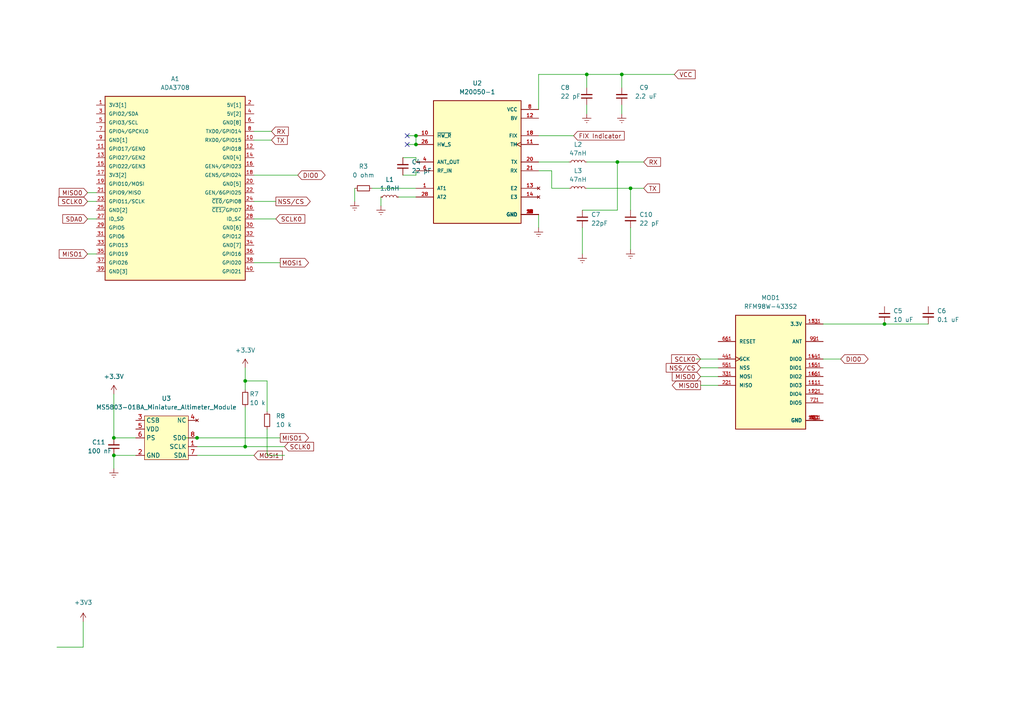
<source format=kicad_sch>
(kicad_sch (version 20211123) (generator eeschema)

  (uuid ebff582f-b730-4478-a834-f3d4e799b7f5)

  (paper "A4")

  (title_block
    (date "2022-09-18")
    (rev "v01")
    (comment 1 "Hong-Ye Wang")
    (comment 2 "Neutro")
    (comment 3 "Testing")
  )

  (lib_symbols
    (symbol "C_Small_1" (pin_numbers hide) (pin_names (offset 0.254) hide) (in_bom yes) (on_board yes)
      (property "Reference" "C" (id 0) (at 0.254 1.778 0)
        (effects (font (size 1.27 1.27)) (justify left))
      )
      (property "Value" "C_Small_1" (id 1) (at 0.254 -2.032 0)
        (effects (font (size 1.27 1.27)) (justify left))
      )
      (property "Footprint" "" (id 2) (at 0 0 0)
        (effects (font (size 1.27 1.27)) hide)
      )
      (property "Datasheet" "~" (id 3) (at 0 0 0)
        (effects (font (size 1.27 1.27)) hide)
      )
      (property "ki_keywords" "capacitor cap" (id 4) (at 0 0 0)
        (effects (font (size 1.27 1.27)) hide)
      )
      (property "ki_description" "Unpolarized capacitor, small symbol" (id 5) (at 0 0 0)
        (effects (font (size 1.27 1.27)) hide)
      )
      (property "ki_fp_filters" "C_*" (id 6) (at 0 0 0)
        (effects (font (size 1.27 1.27)) hide)
      )
      (symbol "C_Small_1_0_1"
        (polyline
          (pts
            (xy -1.524 -0.508)
            (xy 1.524 -0.508)
          )
          (stroke (width 0.3302) (type default) (color 0 0 0 0))
          (fill (type none))
        )
        (polyline
          (pts
            (xy -1.524 0.508)
            (xy 1.524 0.508)
          )
          (stroke (width 0.3048) (type default) (color 0 0 0 0))
          (fill (type none))
        )
      )
      (symbol "C_Small_1_1_1"
        (pin passive line (at 0 2.54 270) (length 2.032)
          (name "~" (effects (font (size 1.27 1.27))))
          (number "1" (effects (font (size 1.27 1.27))))
        )
        (pin passive line (at 0 -2.54 90) (length 2.032)
          (name "~" (effects (font (size 1.27 1.27))))
          (number "2" (effects (font (size 1.27 1.27))))
        )
      )
    )
    (symbol "Device:C_Small" (pin_numbers hide) (pin_names (offset 0.254) hide) (in_bom yes) (on_board yes)
      (property "Reference" "C" (id 0) (at 0.254 1.778 0)
        (effects (font (size 1.27 1.27)) (justify left))
      )
      (property "Value" "C_Small" (id 1) (at 0.254 -2.032 0)
        (effects (font (size 1.27 1.27)) (justify left))
      )
      (property "Footprint" "" (id 2) (at 0 0 0)
        (effects (font (size 1.27 1.27)) hide)
      )
      (property "Datasheet" "~" (id 3) (at 0 0 0)
        (effects (font (size 1.27 1.27)) hide)
      )
      (property "ki_keywords" "capacitor cap" (id 4) (at 0 0 0)
        (effects (font (size 1.27 1.27)) hide)
      )
      (property "ki_description" "Unpolarized capacitor, small symbol" (id 5) (at 0 0 0)
        (effects (font (size 1.27 1.27)) hide)
      )
      (property "ki_fp_filters" "C_*" (id 6) (at 0 0 0)
        (effects (font (size 1.27 1.27)) hide)
      )
      (symbol "C_Small_0_1"
        (polyline
          (pts
            (xy -1.524 -0.508)
            (xy 1.524 -0.508)
          )
          (stroke (width 0.3302) (type default) (color 0 0 0 0))
          (fill (type none))
        )
        (polyline
          (pts
            (xy -1.524 0.508)
            (xy 1.524 0.508)
          )
          (stroke (width 0.3048) (type default) (color 0 0 0 0))
          (fill (type none))
        )
      )
      (symbol "C_Small_1_1"
        (pin passive line (at 0 2.54 270) (length 2.032)
          (name "~" (effects (font (size 1.27 1.27))))
          (number "1" (effects (font (size 1.27 1.27))))
        )
        (pin passive line (at 0 -2.54 90) (length 2.032)
          (name "~" (effects (font (size 1.27 1.27))))
          (number "2" (effects (font (size 1.27 1.27))))
        )
      )
    )
    (symbol "Device:L_Small" (pin_numbers hide) (pin_names (offset 0.254) hide) (in_bom yes) (on_board yes)
      (property "Reference" "L" (id 0) (at 0.762 1.016 0)
        (effects (font (size 1.27 1.27)) (justify left))
      )
      (property "Value" "L_Small" (id 1) (at 0.762 -1.016 0)
        (effects (font (size 1.27 1.27)) (justify left))
      )
      (property "Footprint" "" (id 2) (at 0 0 0)
        (effects (font (size 1.27 1.27)) hide)
      )
      (property "Datasheet" "~" (id 3) (at 0 0 0)
        (effects (font (size 1.27 1.27)) hide)
      )
      (property "ki_keywords" "inductor choke coil reactor magnetic" (id 4) (at 0 0 0)
        (effects (font (size 1.27 1.27)) hide)
      )
      (property "ki_description" "Inductor, small symbol" (id 5) (at 0 0 0)
        (effects (font (size 1.27 1.27)) hide)
      )
      (property "ki_fp_filters" "Choke_* *Coil* Inductor_* L_*" (id 6) (at 0 0 0)
        (effects (font (size 1.27 1.27)) hide)
      )
      (symbol "L_Small_0_1"
        (arc (start 0 -2.032) (mid 0.508 -1.524) (end 0 -1.016)
          (stroke (width 0) (type default) (color 0 0 0 0))
          (fill (type none))
        )
        (arc (start 0 -1.016) (mid 0.508 -0.508) (end 0 0)
          (stroke (width 0) (type default) (color 0 0 0 0))
          (fill (type none))
        )
        (arc (start 0 0) (mid 0.508 0.508) (end 0 1.016)
          (stroke (width 0) (type default) (color 0 0 0 0))
          (fill (type none))
        )
        (arc (start 0 1.016) (mid 0.508 1.524) (end 0 2.032)
          (stroke (width 0) (type default) (color 0 0 0 0))
          (fill (type none))
        )
      )
      (symbol "L_Small_1_1"
        (pin passive line (at 0 2.54 270) (length 0.508)
          (name "~" (effects (font (size 1.27 1.27))))
          (number "1" (effects (font (size 1.27 1.27))))
        )
        (pin passive line (at 0 -2.54 90) (length 0.508)
          (name "~" (effects (font (size 1.27 1.27))))
          (number "2" (effects (font (size 1.27 1.27))))
        )
      )
    )
    (symbol "Device:R_Small" (pin_numbers hide) (pin_names (offset 0.254) hide) (in_bom yes) (on_board yes)
      (property "Reference" "R" (id 0) (at 0.762 0.508 0)
        (effects (font (size 1.27 1.27)) (justify left))
      )
      (property "Value" "R_Small" (id 1) (at 0.762 -1.016 0)
        (effects (font (size 1.27 1.27)) (justify left))
      )
      (property "Footprint" "" (id 2) (at 0 0 0)
        (effects (font (size 1.27 1.27)) hide)
      )
      (property "Datasheet" "~" (id 3) (at 0 0 0)
        (effects (font (size 1.27 1.27)) hide)
      )
      (property "ki_keywords" "R resistor" (id 4) (at 0 0 0)
        (effects (font (size 1.27 1.27)) hide)
      )
      (property "ki_description" "Resistor, small symbol" (id 5) (at 0 0 0)
        (effects (font (size 1.27 1.27)) hide)
      )
      (property "ki_fp_filters" "R_*" (id 6) (at 0 0 0)
        (effects (font (size 1.27 1.27)) hide)
      )
      (symbol "R_Small_0_1"
        (rectangle (start -0.762 1.778) (end 0.762 -1.778)
          (stroke (width 0.2032) (type default) (color 0 0 0 0))
          (fill (type none))
        )
      )
      (symbol "R_Small_1_1"
        (pin passive line (at 0 2.54 270) (length 0.762)
          (name "~" (effects (font (size 1.27 1.27))))
          (number "1" (effects (font (size 1.27 1.27))))
        )
        (pin passive line (at 0 -2.54 90) (length 0.762)
          (name "~" (effects (font (size 1.27 1.27))))
          (number "2" (effects (font (size 1.27 1.27))))
        )
      )
    )
    (symbol "Flight_Instruments:ADA3708" (pin_names (offset 1.016)) (in_bom yes) (on_board yes)
      (property "Reference" "A" (id 0) (at -20.3454 26.6954 0)
        (effects (font (size 1.27 1.27)) (justify left bottom))
      )
      (property "Value" "ADA3708" (id 1) (at -20.3454 -30.5054 0)
        (effects (font (size 1.27 1.27)) (justify left bottom))
      )
      (property "Footprint" "ADA3708_RPI-ZERO" (id 2) (at 0 0 0)
        (effects (font (size 1.27 1.27)) (justify left bottom) hide)
      )
      (property "Datasheet" "" (id 3) (at 0 0 0)
        (effects (font (size 1.27 1.27)) (justify left bottom) hide)
      )
      (property "STANDARD" "MAnufactutrer Recommendations" (id 4) (at 0 0 0)
        (effects (font (size 1.27 1.27)) (justify left bottom) hide)
      )
      (property "MANUFACTURER" "Raspberry" (id 5) (at 0 0 0)
        (effects (font (size 1.27 1.27)) (justify left bottom) hide)
      )
      (property "ki_locked" "" (id 6) (at 0 0 0)
        (effects (font (size 1.27 1.27)))
      )
      (symbol "ADA3708_0_0"
        (rectangle (start -20.32 -27.94) (end 20.32 25.4)
          (stroke (width 0.254) (type default) (color 0 0 0 0))
          (fill (type background))
        )
        (pin power_in line (at -22.86 22.86 0) (length 2.54)
          (name "3V3[1]" (effects (font (size 1.016 1.016))))
          (number "1" (effects (font (size 1.016 1.016))))
        )
        (pin bidirectional line (at 22.86 12.7 180) (length 2.54)
          (name "RXD0/GPIO15" (effects (font (size 1.016 1.016))))
          (number "10" (effects (font (size 1.016 1.016))))
        )
        (pin bidirectional line (at -22.86 10.16 0) (length 2.54)
          (name "GPIO17/GEN0" (effects (font (size 1.016 1.016))))
          (number "11" (effects (font (size 1.016 1.016))))
        )
        (pin bidirectional line (at 22.86 10.16 180) (length 2.54)
          (name "GPIO18" (effects (font (size 1.016 1.016))))
          (number "12" (effects (font (size 1.016 1.016))))
        )
        (pin bidirectional line (at -22.86 7.62 0) (length 2.54)
          (name "GPIO27/GEN2" (effects (font (size 1.016 1.016))))
          (number "13" (effects (font (size 1.016 1.016))))
        )
        (pin power_in line (at 22.86 7.62 180) (length 2.54)
          (name "GND[4]" (effects (font (size 1.016 1.016))))
          (number "14" (effects (font (size 1.016 1.016))))
        )
        (pin bidirectional line (at -22.86 5.08 0) (length 2.54)
          (name "GPIO22/GEN3" (effects (font (size 1.016 1.016))))
          (number "15" (effects (font (size 1.016 1.016))))
        )
        (pin bidirectional line (at 22.86 5.08 180) (length 2.54)
          (name "GEN4/GPIO23" (effects (font (size 1.016 1.016))))
          (number "16" (effects (font (size 1.016 1.016))))
        )
        (pin power_in line (at -22.86 2.54 0) (length 2.54)
          (name "3V3[2]" (effects (font (size 1.016 1.016))))
          (number "17" (effects (font (size 1.016 1.016))))
        )
        (pin bidirectional line (at 22.86 2.54 180) (length 2.54)
          (name "GEN5/GPIO24" (effects (font (size 1.016 1.016))))
          (number "18" (effects (font (size 1.016 1.016))))
        )
        (pin bidirectional line (at -22.86 0 0) (length 2.54)
          (name "GPIO10/MOSI" (effects (font (size 1.016 1.016))))
          (number "19" (effects (font (size 1.016 1.016))))
        )
        (pin power_in line (at 22.86 22.86 180) (length 2.54)
          (name "5V[1]" (effects (font (size 1.016 1.016))))
          (number "2" (effects (font (size 1.016 1.016))))
        )
        (pin power_in line (at 22.86 0 180) (length 2.54)
          (name "GND[5]" (effects (font (size 1.016 1.016))))
          (number "20" (effects (font (size 1.016 1.016))))
        )
        (pin bidirectional line (at -22.86 -2.54 0) (length 2.54)
          (name "GPIO9/MISO" (effects (font (size 1.016 1.016))))
          (number "21" (effects (font (size 1.016 1.016))))
        )
        (pin bidirectional line (at 22.86 -2.54 180) (length 2.54)
          (name "GEN/6GPIO25" (effects (font (size 1.016 1.016))))
          (number "22" (effects (font (size 1.016 1.016))))
        )
        (pin bidirectional line (at -22.86 -5.08 0) (length 2.54)
          (name "GPIO11/SCLK" (effects (font (size 1.016 1.016))))
          (number "23" (effects (font (size 1.016 1.016))))
        )
        (pin bidirectional line (at 22.86 -5.08 180) (length 2.54)
          (name "~{CE0}/GPIO8" (effects (font (size 1.016 1.016))))
          (number "24" (effects (font (size 1.016 1.016))))
        )
        (pin power_in line (at -22.86 -7.62 0) (length 2.54)
          (name "GND[2]" (effects (font (size 1.016 1.016))))
          (number "25" (effects (font (size 1.016 1.016))))
        )
        (pin bidirectional line (at 22.86 -7.62 180) (length 2.54)
          (name "~{CE1/}GPIO7" (effects (font (size 1.016 1.016))))
          (number "26" (effects (font (size 1.016 1.016))))
        )
        (pin bidirectional line (at -22.86 -10.16 0) (length 2.54)
          (name "ID_SD" (effects (font (size 1.016 1.016))))
          (number "27" (effects (font (size 1.016 1.016))))
        )
        (pin bidirectional line (at 22.86 -10.16 180) (length 2.54)
          (name "ID_SC" (effects (font (size 1.016 1.016))))
          (number "28" (effects (font (size 1.016 1.016))))
        )
        (pin bidirectional line (at -22.86 -12.7 0) (length 2.54)
          (name "GPIO5" (effects (font (size 1.016 1.016))))
          (number "29" (effects (font (size 1.016 1.016))))
        )
        (pin bidirectional line (at -22.86 20.32 0) (length 2.54)
          (name "GPIO2/SDA" (effects (font (size 1.016 1.016))))
          (number "3" (effects (font (size 1.016 1.016))))
        )
        (pin power_in line (at 22.86 -12.7 180) (length 2.54)
          (name "GND[6]" (effects (font (size 1.016 1.016))))
          (number "30" (effects (font (size 1.016 1.016))))
        )
        (pin bidirectional line (at -22.86 -15.24 0) (length 2.54)
          (name "GPIO6" (effects (font (size 1.016 1.016))))
          (number "31" (effects (font (size 1.016 1.016))))
        )
        (pin bidirectional line (at 22.86 -15.24 180) (length 2.54)
          (name "GPIO12" (effects (font (size 1.016 1.016))))
          (number "32" (effects (font (size 1.016 1.016))))
        )
        (pin bidirectional line (at -22.86 -17.78 0) (length 2.54)
          (name "GPIO13" (effects (font (size 1.016 1.016))))
          (number "33" (effects (font (size 1.016 1.016))))
        )
        (pin power_in line (at 22.86 -17.78 180) (length 2.54)
          (name "GND[7]" (effects (font (size 1.016 1.016))))
          (number "34" (effects (font (size 1.016 1.016))))
        )
        (pin bidirectional line (at -22.86 -20.32 0) (length 2.54)
          (name "GPIO19" (effects (font (size 1.016 1.016))))
          (number "35" (effects (font (size 1.016 1.016))))
        )
        (pin bidirectional line (at 22.86 -20.32 180) (length 2.54)
          (name "GPIO16" (effects (font (size 1.016 1.016))))
          (number "36" (effects (font (size 1.016 1.016))))
        )
        (pin bidirectional line (at -22.86 -22.86 0) (length 2.54)
          (name "GPIO26" (effects (font (size 1.016 1.016))))
          (number "37" (effects (font (size 1.016 1.016))))
        )
        (pin bidirectional line (at 22.86 -22.86 180) (length 2.54)
          (name "GPIO20" (effects (font (size 1.016 1.016))))
          (number "38" (effects (font (size 1.016 1.016))))
        )
        (pin power_in line (at -22.86 -25.4 0) (length 2.54)
          (name "GND[3]" (effects (font (size 1.016 1.016))))
          (number "39" (effects (font (size 1.016 1.016))))
        )
        (pin power_in line (at 22.86 20.32 180) (length 2.54)
          (name "5V[2]" (effects (font (size 1.016 1.016))))
          (number "4" (effects (font (size 1.016 1.016))))
        )
        (pin bidirectional line (at 22.86 -25.4 180) (length 2.54)
          (name "GPIO21" (effects (font (size 1.016 1.016))))
          (number "40" (effects (font (size 1.016 1.016))))
        )
        (pin bidirectional line (at -22.86 17.78 0) (length 2.54)
          (name "GPIO3/SCL" (effects (font (size 1.016 1.016))))
          (number "5" (effects (font (size 1.016 1.016))))
        )
        (pin power_in line (at 22.86 17.78 180) (length 2.54)
          (name "GND[8]" (effects (font (size 1.016 1.016))))
          (number "6" (effects (font (size 1.016 1.016))))
        )
        (pin bidirectional line (at -22.86 15.24 0) (length 2.54)
          (name "GPIO4/GPCKL0" (effects (font (size 1.016 1.016))))
          (number "7" (effects (font (size 1.016 1.016))))
        )
        (pin bidirectional line (at 22.86 15.24 180) (length 2.54)
          (name "TXD0/GPIO14" (effects (font (size 1.016 1.016))))
          (number "8" (effects (font (size 1.016 1.016))))
        )
        (pin power_in line (at -22.86 12.7 0) (length 2.54)
          (name "GND[1]" (effects (font (size 1.016 1.016))))
          (number "9" (effects (font (size 1.016 1.016))))
        )
      )
    )
    (symbol "Flight_Instruments:M20050-1" (pin_names (offset 1.016)) (in_bom yes) (on_board yes)
      (property "Reference" "U" (id 0) (at -12.7 18.669 0)
        (effects (font (size 1.27 1.27)) (justify left bottom))
      )
      (property "Value" "M20050-1" (id 1) (at -12.7 -20.32 0)
        (effects (font (size 1.27 1.27)) (justify left bottom))
      )
      (property "Footprint" "XCVR_M20050-1" (id 2) (at 0 0 0)
        (effects (font (size 1.27 1.27)) (justify left bottom) hide)
      )
      (property "Datasheet" "" (id 3) (at 0 0 0)
        (effects (font (size 1.27 1.27)) (justify left bottom) hide)
      )
      (property "MAXIMUM_PACKAGE_HEIGHT" "2.0 mm" (id 4) (at 0 0 0)
        (effects (font (size 1.27 1.27)) (justify left bottom) hide)
      )
      (property "MANUFACTURER" "Antenova" (id 5) (at 0 0 0)
        (effects (font (size 1.27 1.27)) (justify left bottom) hide)
      )
      (property "PARTREV" "M20050-1-PS-2.01" (id 6) (at 0 0 0)
        (effects (font (size 1.27 1.27)) (justify left bottom) hide)
      )
      (property "STANDARD" "Manufacturer Recommendations" (id 7) (at 0 0 0)
        (effects (font (size 1.27 1.27)) (justify left bottom) hide)
      )
      (property "ki_locked" "" (id 8) (at 0 0 0)
        (effects (font (size 1.27 1.27)))
      )
      (symbol "M20050-1_0_0"
        (rectangle (start -12.7 -17.78) (end 12.7 17.78)
          (stroke (width 0.254) (type default) (color 0 0 0 0))
          (fill (type background))
        )
        (pin passive line (at -17.78 -7.62 0) (length 5.08)
          (name "AT1" (effects (font (size 1.016 1.016))))
          (number "1" (effects (font (size 1.016 1.016))))
        )
        (pin input line (at -17.78 7.62 0) (length 5.08)
          (name "~{HW_R}" (effects (font (size 1.016 1.016))))
          (number "10" (effects (font (size 1.016 1.016))))
        )
        (pin output clock (at 17.78 5.08 180) (length 5.08)
          (name "TM" (effects (font (size 1.016 1.016))))
          (number "11" (effects (font (size 1.016 1.016))))
        )
        (pin power_in line (at 17.78 12.7 180) (length 5.08)
          (name "BV" (effects (font (size 1.016 1.016))))
          (number "12" (effects (font (size 1.016 1.016))))
        )
        (pin no_connect line (at 17.78 -7.62 180) (length 5.08)
          (name "E2" (effects (font (size 1.016 1.016))))
          (number "13" (effects (font (size 1.016 1.016))))
        )
        (pin no_connect line (at 17.78 -10.16 180) (length 5.08)
          (name "E3" (effects (font (size 1.016 1.016))))
          (number "14" (effects (font (size 1.016 1.016))))
        )
        (pin power_in line (at 17.78 -15.24 180) (length 5.08)
          (name "GND" (effects (font (size 1.016 1.016))))
          (number "15" (effects (font (size 1.016 1.016))))
        )
        (pin power_in line (at 17.78 -15.24 180) (length 5.08)
          (name "GND" (effects (font (size 1.016 1.016))))
          (number "16" (effects (font (size 1.016 1.016))))
        )
        (pin power_in line (at 17.78 -15.24 180) (length 5.08)
          (name "GND" (effects (font (size 1.016 1.016))))
          (number "17" (effects (font (size 1.016 1.016))))
        )
        (pin output line (at 17.78 7.62 180) (length 5.08)
          (name "FIX" (effects (font (size 1.016 1.016))))
          (number "18" (effects (font (size 1.016 1.016))))
        )
        (pin power_in line (at 17.78 -15.24 180) (length 5.08)
          (name "GND" (effects (font (size 1.016 1.016))))
          (number "19" (effects (font (size 1.016 1.016))))
        )
        (pin power_in line (at 17.78 -15.24 180) (length 5.08)
          (name "GND" (effects (font (size 1.016 1.016))))
          (number "2" (effects (font (size 1.016 1.016))))
        )
        (pin output line (at 17.78 0 180) (length 5.08)
          (name "TX" (effects (font (size 1.016 1.016))))
          (number "20" (effects (font (size 1.016 1.016))))
        )
        (pin input line (at 17.78 -2.54 180) (length 5.08)
          (name "RX" (effects (font (size 1.016 1.016))))
          (number "21" (effects (font (size 1.016 1.016))))
        )
        (pin power_in line (at 17.78 -15.24 180) (length 5.08)
          (name "GND" (effects (font (size 1.016 1.016))))
          (number "22" (effects (font (size 1.016 1.016))))
        )
        (pin power_in line (at 17.78 -15.24 180) (length 5.08)
          (name "GND" (effects (font (size 1.016 1.016))))
          (number "23" (effects (font (size 1.016 1.016))))
        )
        (pin power_in line (at 17.78 -15.24 180) (length 5.08)
          (name "GND" (effects (font (size 1.016 1.016))))
          (number "24" (effects (font (size 1.016 1.016))))
        )
        (pin power_in line (at 17.78 -15.24 180) (length 5.08)
          (name "GND" (effects (font (size 1.016 1.016))))
          (number "25" (effects (font (size 1.016 1.016))))
        )
        (pin input line (at -17.78 5.08 0) (length 5.08)
          (name "HW_S" (effects (font (size 1.016 1.016))))
          (number "26" (effects (font (size 1.016 1.016))))
        )
        (pin power_in line (at 17.78 -15.24 180) (length 5.08)
          (name "GND" (effects (font (size 1.016 1.016))))
          (number "27" (effects (font (size 1.016 1.016))))
        )
        (pin passive line (at -17.78 -10.16 0) (length 5.08)
          (name "AT2" (effects (font (size 1.016 1.016))))
          (number "28" (effects (font (size 1.016 1.016))))
        )
        (pin power_in line (at 17.78 -15.24 180) (length 5.08)
          (name "GND" (effects (font (size 1.016 1.016))))
          (number "3" (effects (font (size 1.016 1.016))))
        )
        (pin output line (at -17.78 0 0) (length 5.08)
          (name "ANT_OUT" (effects (font (size 1.016 1.016))))
          (number "4" (effects (font (size 1.016 1.016))))
        )
        (pin power_in line (at 17.78 -15.24 180) (length 5.08)
          (name "GND" (effects (font (size 1.016 1.016))))
          (number "5" (effects (font (size 1.016 1.016))))
        )
        (pin input line (at -17.78 -2.54 0) (length 5.08)
          (name "RF_IN" (effects (font (size 1.016 1.016))))
          (number "6" (effects (font (size 1.016 1.016))))
        )
        (pin power_in line (at 17.78 -15.24 180) (length 5.08)
          (name "GND" (effects (font (size 1.016 1.016))))
          (number "7" (effects (font (size 1.016 1.016))))
        )
        (pin power_in line (at 17.78 15.24 180) (length 5.08)
          (name "VCC" (effects (font (size 1.016 1.016))))
          (number "8" (effects (font (size 1.016 1.016))))
        )
        (pin power_in line (at 17.78 -15.24 180) (length 5.08)
          (name "GND" (effects (font (size 1.016 1.016))))
          (number "9" (effects (font (size 1.016 1.016))))
        )
      )
    )
    (symbol "Flight_Instruments:MS5803-01BA_Miniature_Altimeter_Module" (in_bom yes) (on_board yes)
      (property "Reference" "U?" (id 0) (at 0 8.89 0)
        (effects (font (size 1.27 1.27)))
      )
      (property "Value" "MS5803-01BA_Miniature_Altimeter_Module" (id 1) (at 0 6.35 0)
        (effects (font (size 1.27 1.27)))
      )
      (property "Footprint" "" (id 2) (at -1.27 0 0)
        (effects (font (size 1.27 1.27)) hide)
      )
      (property "Datasheet" "" (id 3) (at -1.27 0 0)
        (effects (font (size 1.27 1.27)) hide)
      )
      (symbol "MS5803-01BA_Miniature_Altimeter_Module_0_1"
        (rectangle (start -6.35 3.81) (end 6.35 -8.89)
          (stroke (width 0) (type default) (color 0 0 0 0))
          (fill (type background))
        )
      )
      (symbol "MS5803-01BA_Miniature_Altimeter_Module_1_1"
        (pin input line (at 8.89 -5.08 180) (length 2.54)
          (name "SCLK" (effects (font (size 1.27 1.27))))
          (number "1" (effects (font (size 1.27 1.27))))
        )
        (pin power_out line (at -8.89 -7.62 0) (length 2.54)
          (name "GND" (effects (font (size 1.27 1.27))))
          (number "2" (effects (font (size 1.27 1.27))))
        )
        (pin input line (at -8.89 2.54 0) (length 2.54)
          (name "CSB" (effects (font (size 1.27 1.27))))
          (number "3" (effects (font (size 1.27 1.27))))
        )
        (pin no_connect line (at 8.89 2.54 180) (length 2.54)
          (name "NC" (effects (font (size 1.27 1.27))))
          (number "4" (effects (font (size 1.27 1.27))))
        )
        (pin power_in line (at -8.89 0 0) (length 2.54)
          (name "VDD" (effects (font (size 1.27 1.27))))
          (number "5" (effects (font (size 1.27 1.27))))
        )
        (pin input line (at -8.89 -2.54 0) (length 2.54)
          (name "PS" (effects (font (size 1.27 1.27))))
          (number "6" (effects (font (size 1.27 1.27))))
        )
        (pin bidirectional line (at 8.89 -7.62 180) (length 2.54)
          (name "SDA" (effects (font (size 1.27 1.27))))
          (number "7" (effects (font (size 1.27 1.27))))
        )
        (pin output line (at 8.89 -2.54 180) (length 2.54)
          (name "SDO" (effects (font (size 1.27 1.27))))
          (number "8" (effects (font (size 1.27 1.27))))
        )
      )
    )
    (symbol "Flight_Instruments:RFM98W-433S2" (pin_names (offset 1.016)) (in_bom yes) (on_board yes)
      (property "Reference" "MOD" (id 0) (at -10.16 18.415 0)
        (effects (font (size 1.27 1.27)) (justify left bottom))
      )
      (property "Value" "RFM98W-433S2" (id 1) (at -7.62 -19.05 0)
        (effects (font (size 1.27 1.27)) (justify left bottom))
      )
      (property "Footprint" "XCVR_RFM98W-433S2" (id 2) (at -10.16 -11.43 0)
        (effects (font (size 1.27 1.27)) (justify left bottom) hide)
      )
      (property "Datasheet" "" (id 3) (at 0 0 0)
        (effects (font (size 1.27 1.27)) (justify left bottom) hide)
      )
      (property "STANDARD" "Manufacturer Recommendations" (id 4) (at -19.05 -11.43 0)
        (effects (font (size 1.27 1.27)) (justify left bottom) hide)
      )
      (property "MANUFACTURER" "Hoperf" (id 5) (at -3.81 -11.43 0)
        (effects (font (size 1.27 1.27)) (justify left bottom) hide)
      )
      (property "PARTREV" "N/A" (id 6) (at -1.27 -11.43 0)
        (effects (font (size 1.27 1.27)) (justify left bottom) hide)
      )
      (property "ki_locked" "" (id 7) (at 0 0 0)
        (effects (font (size 1.27 1.27)))
      )
      (symbol "RFM98W-433S2_0_0"
        (rectangle (start -10.16 -15.24) (end 10.16 17.78)
          (stroke (width 0.254) (type default) (color 0 0 0 0))
          (fill (type background))
        )
        (pin power_in line (at 15.24 -12.7 180) (length 5.08)
          (name "GND" (effects (font (size 1.016 1.016))))
          (number "1" (effects (font (size 1.016 1.016))))
        )
        (pin power_in line (at 15.24 -12.7 180) (length 5.08)
          (name "GND" (effects (font (size 1.016 1.016))))
          (number "10" (effects (font (size 1.016 1.016))))
        )
        (pin power_in line (at 15.24 -12.7 180) (length 5.08)
          (name "GND" (effects (font (size 1.016 1.016))))
          (number "10_1" (effects (font (size 1.016 1.016))))
        )
        (pin bidirectional line (at 15.24 -2.54 180) (length 5.08)
          (name "DIO3" (effects (font (size 1.016 1.016))))
          (number "11" (effects (font (size 1.016 1.016))))
        )
        (pin bidirectional line (at 15.24 -2.54 180) (length 5.08)
          (name "DIO3" (effects (font (size 1.016 1.016))))
          (number "11_1" (effects (font (size 1.016 1.016))))
        )
        (pin bidirectional line (at 15.24 -5.08 180) (length 5.08)
          (name "DIO4" (effects (font (size 1.016 1.016))))
          (number "12" (effects (font (size 1.016 1.016))))
        )
        (pin bidirectional line (at 15.24 -5.08 180) (length 5.08)
          (name "DIO4" (effects (font (size 1.016 1.016))))
          (number "12_1" (effects (font (size 1.016 1.016))))
        )
        (pin power_in line (at 15.24 15.24 180) (length 5.08)
          (name "3.3V" (effects (font (size 1.016 1.016))))
          (number "13" (effects (font (size 1.016 1.016))))
        )
        (pin power_in line (at 15.24 15.24 180) (length 5.08)
          (name "3.3V" (effects (font (size 1.016 1.016))))
          (number "13_1" (effects (font (size 1.016 1.016))))
        )
        (pin bidirectional line (at 15.24 5.08 180) (length 5.08)
          (name "DIO0" (effects (font (size 1.016 1.016))))
          (number "14" (effects (font (size 1.016 1.016))))
        )
        (pin bidirectional line (at 15.24 5.08 180) (length 5.08)
          (name "DIO0" (effects (font (size 1.016 1.016))))
          (number "14_1" (effects (font (size 1.016 1.016))))
        )
        (pin bidirectional line (at 15.24 2.54 180) (length 5.08)
          (name "DIO1" (effects (font (size 1.016 1.016))))
          (number "15" (effects (font (size 1.016 1.016))))
        )
        (pin bidirectional line (at 15.24 2.54 180) (length 5.08)
          (name "DIO1" (effects (font (size 1.016 1.016))))
          (number "15_1" (effects (font (size 1.016 1.016))))
        )
        (pin bidirectional line (at 15.24 0 180) (length 5.08)
          (name "DIO2" (effects (font (size 1.016 1.016))))
          (number "16" (effects (font (size 1.016 1.016))))
        )
        (pin bidirectional line (at 15.24 0 180) (length 5.08)
          (name "DIO2" (effects (font (size 1.016 1.016))))
          (number "16_1" (effects (font (size 1.016 1.016))))
        )
        (pin power_in line (at 15.24 -12.7 180) (length 5.08)
          (name "GND" (effects (font (size 1.016 1.016))))
          (number "1_1" (effects (font (size 1.016 1.016))))
        )
        (pin output line (at -15.24 -2.54 0) (length 5.08)
          (name "MISO" (effects (font (size 1.016 1.016))))
          (number "2" (effects (font (size 1.016 1.016))))
        )
        (pin output line (at -15.24 -2.54 0) (length 5.08)
          (name "MISO" (effects (font (size 1.016 1.016))))
          (number "2_1" (effects (font (size 1.016 1.016))))
        )
        (pin input line (at -15.24 0 0) (length 5.08)
          (name "MOSI" (effects (font (size 1.016 1.016))))
          (number "3" (effects (font (size 1.016 1.016))))
        )
        (pin input line (at -15.24 0 0) (length 5.08)
          (name "MOSI" (effects (font (size 1.016 1.016))))
          (number "3_1" (effects (font (size 1.016 1.016))))
        )
        (pin input clock (at -15.24 5.08 0) (length 5.08)
          (name "SCK" (effects (font (size 1.016 1.016))))
          (number "4" (effects (font (size 1.016 1.016))))
        )
        (pin input clock (at -15.24 5.08 0) (length 5.08)
          (name "SCK" (effects (font (size 1.016 1.016))))
          (number "4_1" (effects (font (size 1.016 1.016))))
        )
        (pin input line (at -15.24 2.54 0) (length 5.08)
          (name "NSS" (effects (font (size 1.016 1.016))))
          (number "5" (effects (font (size 1.016 1.016))))
        )
        (pin input line (at -15.24 2.54 0) (length 5.08)
          (name "NSS" (effects (font (size 1.016 1.016))))
          (number "5_1" (effects (font (size 1.016 1.016))))
        )
        (pin bidirectional line (at -15.24 10.16 0) (length 5.08)
          (name "RESET" (effects (font (size 1.016 1.016))))
          (number "6" (effects (font (size 1.016 1.016))))
        )
        (pin bidirectional line (at -15.24 10.16 0) (length 5.08)
          (name "RESET" (effects (font (size 1.016 1.016))))
          (number "6_1" (effects (font (size 1.016 1.016))))
        )
        (pin bidirectional line (at 15.24 -7.62 180) (length 5.08)
          (name "DIO5" (effects (font (size 1.016 1.016))))
          (number "7" (effects (font (size 1.016 1.016))))
        )
        (pin bidirectional line (at 15.24 -7.62 180) (length 5.08)
          (name "DIO5" (effects (font (size 1.016 1.016))))
          (number "7_1" (effects (font (size 1.016 1.016))))
        )
        (pin power_in line (at 15.24 -12.7 180) (length 5.08)
          (name "GND" (effects (font (size 1.016 1.016))))
          (number "8" (effects (font (size 1.016 1.016))))
        )
        (pin power_in line (at 15.24 -12.7 180) (length 5.08)
          (name "GND" (effects (font (size 1.016 1.016))))
          (number "8_1" (effects (font (size 1.016 1.016))))
        )
        (pin bidirectional line (at 15.24 10.16 180) (length 5.08)
          (name "ANT" (effects (font (size 1.016 1.016))))
          (number "9" (effects (font (size 1.016 1.016))))
        )
        (pin bidirectional line (at 15.24 10.16 180) (length 5.08)
          (name "ANT" (effects (font (size 1.016 1.016))))
          (number "9_1" (effects (font (size 1.016 1.016))))
        )
      )
    )
    (symbol "power:+3.3V" (power) (pin_names (offset 0)) (in_bom yes) (on_board yes)
      (property "Reference" "#PWR" (id 0) (at 0 -3.81 0)
        (effects (font (size 1.27 1.27)) hide)
      )
      (property "Value" "+3.3V" (id 1) (at 0 3.556 0)
        (effects (font (size 1.27 1.27)))
      )
      (property "Footprint" "" (id 2) (at 0 0 0)
        (effects (font (size 1.27 1.27)) hide)
      )
      (property "Datasheet" "" (id 3) (at 0 0 0)
        (effects (font (size 1.27 1.27)) hide)
      )
      (property "ki_keywords" "power-flag" (id 4) (at 0 0 0)
        (effects (font (size 1.27 1.27)) hide)
      )
      (property "ki_description" "Power symbol creates a global label with name \"+3.3V\"" (id 5) (at 0 0 0)
        (effects (font (size 1.27 1.27)) hide)
      )
      (symbol "+3.3V_0_1"
        (polyline
          (pts
            (xy -0.762 1.27)
            (xy 0 2.54)
          )
          (stroke (width 0) (type default) (color 0 0 0 0))
          (fill (type none))
        )
        (polyline
          (pts
            (xy 0 0)
            (xy 0 2.54)
          )
          (stroke (width 0) (type default) (color 0 0 0 0))
          (fill (type none))
        )
        (polyline
          (pts
            (xy 0 2.54)
            (xy 0.762 1.27)
          )
          (stroke (width 0) (type default) (color 0 0 0 0))
          (fill (type none))
        )
      )
      (symbol "+3.3V_1_1"
        (pin power_in line (at 0 0 90) (length 0) hide
          (name "+3.3V" (effects (font (size 1.27 1.27))))
          (number "1" (effects (font (size 1.27 1.27))))
        )
      )
    )
    (symbol "power:+3V3" (power) (pin_names (offset 0)) (in_bom yes) (on_board yes)
      (property "Reference" "#PWR" (id 0) (at 0 -3.81 0)
        (effects (font (size 1.27 1.27)) hide)
      )
      (property "Value" "+3V3" (id 1) (at 0 3.556 0)
        (effects (font (size 1.27 1.27)))
      )
      (property "Footprint" "" (id 2) (at 0 0 0)
        (effects (font (size 1.27 1.27)) hide)
      )
      (property "Datasheet" "" (id 3) (at 0 0 0)
        (effects (font (size 1.27 1.27)) hide)
      )
      (property "ki_keywords" "power-flag" (id 4) (at 0 0 0)
        (effects (font (size 1.27 1.27)) hide)
      )
      (property "ki_description" "Power symbol creates a global label with name \"+3V3\"" (id 5) (at 0 0 0)
        (effects (font (size 1.27 1.27)) hide)
      )
      (symbol "+3V3_0_1"
        (polyline
          (pts
            (xy -0.762 1.27)
            (xy 0 2.54)
          )
          (stroke (width 0) (type default) (color 0 0 0 0))
          (fill (type none))
        )
        (polyline
          (pts
            (xy 0 0)
            (xy 0 2.54)
          )
          (stroke (width 0) (type default) (color 0 0 0 0))
          (fill (type none))
        )
        (polyline
          (pts
            (xy 0 2.54)
            (xy 0.762 1.27)
          )
          (stroke (width 0) (type default) (color 0 0 0 0))
          (fill (type none))
        )
      )
      (symbol "+3V3_1_1"
        (pin power_in line (at 0 0 90) (length 0) hide
          (name "+3V3" (effects (font (size 1.27 1.27))))
          (number "1" (effects (font (size 1.27 1.27))))
        )
      )
    )
    (symbol "power:Earth" (power) (pin_names (offset 0)) (in_bom yes) (on_board yes)
      (property "Reference" "#PWR" (id 0) (at 0 -6.35 0)
        (effects (font (size 1.27 1.27)) hide)
      )
      (property "Value" "Earth" (id 1) (at 0 -3.81 0)
        (effects (font (size 1.27 1.27)) hide)
      )
      (property "Footprint" "" (id 2) (at 0 0 0)
        (effects (font (size 1.27 1.27)) hide)
      )
      (property "Datasheet" "~" (id 3) (at 0 0 0)
        (effects (font (size 1.27 1.27)) hide)
      )
      (property "ki_keywords" "power-flag ground gnd" (id 4) (at 0 0 0)
        (effects (font (size 1.27 1.27)) hide)
      )
      (property "ki_description" "Power symbol creates a global label with name \"Earth\"" (id 5) (at 0 0 0)
        (effects (font (size 1.27 1.27)) hide)
      )
      (symbol "Earth_0_1"
        (polyline
          (pts
            (xy -0.635 -1.905)
            (xy 0.635 -1.905)
          )
          (stroke (width 0) (type default) (color 0 0 0 0))
          (fill (type none))
        )
        (polyline
          (pts
            (xy -0.127 -2.54)
            (xy 0.127 -2.54)
          )
          (stroke (width 0) (type default) (color 0 0 0 0))
          (fill (type none))
        )
        (polyline
          (pts
            (xy 0 -1.27)
            (xy 0 0)
          )
          (stroke (width 0) (type default) (color 0 0 0 0))
          (fill (type none))
        )
        (polyline
          (pts
            (xy 1.27 -1.27)
            (xy -1.27 -1.27)
          )
          (stroke (width 0) (type default) (color 0 0 0 0))
          (fill (type none))
        )
      )
      (symbol "Earth_1_1"
        (pin power_in line (at 0 0 270) (length 0) hide
          (name "Earth" (effects (font (size 1.27 1.27))))
          (number "1" (effects (font (size 1.27 1.27))))
        )
      )
    )
  )

  (junction (at 33.02 127) (diameter 0) (color 0 0 0 0)
    (uuid 0e55a56d-da40-4f30-9508-b457c1212d02)
  )
  (junction (at 182.88 54.61) (diameter 0) (color 0 0 0 0)
    (uuid 17658bb7-980a-432d-936d-99d3cf9204e3)
  )
  (junction (at 256.54 93.98) (diameter 0) (color 0 0 0 0)
    (uuid 31ef95dc-1a78-473d-87cf-39e59d4f5a40)
  )
  (junction (at 120.65 41.91) (diameter 0) (color 0 0 0 0)
    (uuid 5bfa48ba-5683-48fe-b792-231953f10f02)
  )
  (junction (at 170.18 21.59) (diameter 0) (color 0 0 0 0)
    (uuid 6d2bf63a-6b43-416a-80de-25d89ff35c01)
  )
  (junction (at 57.15 127) (diameter 0) (color 0 0 0 0)
    (uuid 9e3e8504-27bd-4dc8-b4fa-6137314c9c0b)
  )
  (junction (at 120.65 39.37) (diameter 0) (color 0 0 0 0)
    (uuid a9a5925e-490a-4a15-9286-9efba27d82fa)
  )
  (junction (at 33.02 132.08) (diameter 0) (color 0 0 0 0)
    (uuid c3b3ba7a-122b-4925-bd9c-78418b8f98bc)
  )
  (junction (at 71.12 110.49) (diameter 0) (color 0 0 0 0)
    (uuid c465ed50-37af-4400-8142-4b0ab52a88f9)
  )
  (junction (at 179.07 46.99) (diameter 0) (color 0 0 0 0)
    (uuid f08779fb-ed32-4774-a9eb-02ce55220fcc)
  )
  (junction (at 180.34 21.59) (diameter 0) (color 0 0 0 0)
    (uuid f1cd33f2-4641-45c4-b0e7-edc3c62316f4)
  )
  (junction (at 71.12 129.54) (diameter 0) (color 0 0 0 0)
    (uuid ff462695-085a-40c2-95b0-67e3ab40849e)
  )

  (no_connect (at 118.11 39.37) (uuid 9533cc6c-d307-47f6-bb07-136d2348dcf0))
  (no_connect (at 118.11 41.91) (uuid 9533cc6c-d307-47f6-bb07-136d2348dcf1))

  (wire (pts (xy 107.95 54.61) (xy 120.65 54.61))
    (stroke (width 0) (type default) (color 0 0 0 0))
    (uuid 094bad4f-7c6f-42fc-af03-bb6408916031)
  )
  (wire (pts (xy 120.65 39.37) (xy 120.65 41.91))
    (stroke (width 0) (type default) (color 0 0 0 0))
    (uuid 0d28b64f-d86b-4e57-9417-b64cd729c283)
  )
  (wire (pts (xy 77.47 132.08) (xy 82.55 132.08))
    (stroke (width 0) (type default) (color 0 0 0 0))
    (uuid 0dbc8711-4c2f-4e48-bb24-df637fa79f15)
  )
  (wire (pts (xy 160.02 54.61) (xy 160.02 49.53))
    (stroke (width 0) (type default) (color 0 0 0 0))
    (uuid 0f5dadcc-69ad-48c6-a9e8-d4ac4d039a0f)
  )
  (wire (pts (xy 180.34 25.4) (xy 180.34 21.59))
    (stroke (width 0) (type default) (color 0 0 0 0))
    (uuid 11b46fc7-1547-4e57-9428-58b1fabba9e8)
  )
  (wire (pts (xy 180.34 21.59) (xy 195.58 21.59))
    (stroke (width 0) (type default) (color 0 0 0 0))
    (uuid 170f1095-7479-4a60-8cbe-6db409f7acf2)
  )
  (wire (pts (xy 25.4 55.88) (xy 27.94 55.88))
    (stroke (width 0) (type default) (color 0 0 0 0))
    (uuid 1b04bdb3-4452-4dab-967f-8229a16f1b22)
  )
  (wire (pts (xy 170.18 21.59) (xy 180.34 21.59))
    (stroke (width 0) (type default) (color 0 0 0 0))
    (uuid 1b1ffadb-4108-4a57-9a6b-fe3cda8edbd6)
  )
  (wire (pts (xy 116.84 50.8) (xy 120.65 50.8))
    (stroke (width 0) (type default) (color 0 0 0 0))
    (uuid 230e8935-cd62-4bfe-9403-d949f0e92916)
  )
  (wire (pts (xy 24.13 180.34) (xy 24.13 187.706))
    (stroke (width 0) (type default) (color 0 0 0 0))
    (uuid 27e30084-dba1-4c63-8def-9631bbe886af)
  )
  (wire (pts (xy 71.12 118.11) (xy 71.12 129.54))
    (stroke (width 0) (type default) (color 0 0 0 0))
    (uuid 29224ab6-bb79-4d6c-ad10-bfde47690f19)
  )
  (wire (pts (xy 116.84 45.72) (xy 120.65 45.72))
    (stroke (width 0) (type default) (color 0 0 0 0))
    (uuid 3696fb2b-3b7f-4cc8-81c5-c56b5c2490d4)
  )
  (wire (pts (xy 168.91 60.96) (xy 179.07 60.96))
    (stroke (width 0) (type default) (color 0 0 0 0))
    (uuid 37cf276c-b605-41bd-a9e9-4ad70c13922d)
  )
  (wire (pts (xy 179.07 46.99) (xy 186.69 46.99))
    (stroke (width 0) (type default) (color 0 0 0 0))
    (uuid 3f867a3a-c5c5-4673-9d36-80732a4c71c4)
  )
  (wire (pts (xy 179.07 60.96) (xy 179.07 46.99))
    (stroke (width 0) (type default) (color 0 0 0 0))
    (uuid 40a3c861-7265-45fe-8cb9-a2a5f6f522fc)
  )
  (wire (pts (xy 77.47 110.49) (xy 77.47 119.38))
    (stroke (width 0) (type default) (color 0 0 0 0))
    (uuid 422ab576-dbb5-44a7-b79e-297318bd8aff)
  )
  (wire (pts (xy 71.12 110.49) (xy 77.47 110.49))
    (stroke (width 0) (type default) (color 0 0 0 0))
    (uuid 44b6bb81-e6d1-48f8-889b-06ef669d2408)
  )
  (wire (pts (xy 120.65 45.72) (xy 120.65 46.99))
    (stroke (width 0) (type default) (color 0 0 0 0))
    (uuid 480bb750-a65f-449e-bf47-a1a020a39a6d)
  )
  (wire (pts (xy 168.91 66.04) (xy 168.91 73.66))
    (stroke (width 0) (type default) (color 0 0 0 0))
    (uuid 4c0ebd31-1ccf-4b46-9054-223a63bd685d)
  )
  (wire (pts (xy 170.18 46.99) (xy 179.07 46.99))
    (stroke (width 0) (type default) (color 0 0 0 0))
    (uuid 4cafca23-07cd-4f2c-97a7-0081a798a228)
  )
  (wire (pts (xy 118.11 39.37) (xy 120.65 39.37))
    (stroke (width 0) (type default) (color 0 0 0 0))
    (uuid 51be9119-dac9-4679-900a-d617b2f93c49)
  )
  (wire (pts (xy 120.65 49.53) (xy 120.65 50.8))
    (stroke (width 0) (type default) (color 0 0 0 0))
    (uuid 53d489b4-4f37-4475-8ff4-729c577d5642)
  )
  (wire (pts (xy 156.21 62.23) (xy 156.21 66.04))
    (stroke (width 0) (type default) (color 0 0 0 0))
    (uuid 589e8ec8-8491-4609-aa94-81f596c1c6a4)
  )
  (wire (pts (xy 73.66 76.2) (xy 81.28 76.2))
    (stroke (width 0) (type default) (color 0 0 0 0))
    (uuid 5a6151c0-7b78-4714-9947-7d4435f2f3c7)
  )
  (wire (pts (xy 57.15 132.08) (xy 73.66 132.08))
    (stroke (width 0) (type default) (color 0 0 0 0))
    (uuid 5d1b6884-b857-4778-b021-965b892fbf30)
  )
  (wire (pts (xy 156.21 46.99) (xy 165.1 46.99))
    (stroke (width 0) (type default) (color 0 0 0 0))
    (uuid 5f990ad0-e7d1-43ab-92d2-46190d174ec5)
  )
  (wire (pts (xy 170.18 21.59) (xy 170.18 25.4))
    (stroke (width 0) (type default) (color 0 0 0 0))
    (uuid 5fcfaca6-3493-41ad-97bf-f9a5655e1135)
  )
  (wire (pts (xy 25.4 63.5) (xy 27.94 63.5))
    (stroke (width 0) (type default) (color 0 0 0 0))
    (uuid 62da7cbe-ea6d-4349-b900-f40758bf31dd)
  )
  (wire (pts (xy 118.11 41.91) (xy 120.65 41.91))
    (stroke (width 0) (type default) (color 0 0 0 0))
    (uuid 66a8d265-4284-424d-b26b-d0ec46ec5527)
  )
  (wire (pts (xy 25.4 73.66) (xy 27.94 73.66))
    (stroke (width 0) (type default) (color 0 0 0 0))
    (uuid 67656619-fa0b-40dd-944e-5c036160fdb6)
  )
  (wire (pts (xy 57.15 127) (xy 81.28 127))
    (stroke (width 0) (type default) (color 0 0 0 0))
    (uuid 69a7e767-d0dc-4d66-89d1-e6c363597413)
  )
  (wire (pts (xy 102.87 54.61) (xy 102.87 58.42))
    (stroke (width 0) (type default) (color 0 0 0 0))
    (uuid 6bd85410-cbfd-4af5-a812-3e6b39a35378)
  )
  (wire (pts (xy 156.21 31.75) (xy 156.21 21.59))
    (stroke (width 0) (type default) (color 0 0 0 0))
    (uuid 73ffe0fd-0770-42bd-a517-8bc4ccd06e30)
  )
  (wire (pts (xy 110.49 57.15) (xy 110.49 59.69))
    (stroke (width 0) (type default) (color 0 0 0 0))
    (uuid 7467e41c-63bd-4bfb-b090-8c8ace19c2c5)
  )
  (wire (pts (xy 170.18 54.61) (xy 182.88 54.61))
    (stroke (width 0) (type default) (color 0 0 0 0))
    (uuid 79dcc88a-5a15-462b-bcb1-87af732b7026)
  )
  (wire (pts (xy 180.34 30.48) (xy 180.34 33.02))
    (stroke (width 0) (type default) (color 0 0 0 0))
    (uuid 79f6a9db-2599-4dd0-bbe7-72cbbf324931)
  )
  (wire (pts (xy 33.02 127) (xy 39.37 127))
    (stroke (width 0) (type default) (color 0 0 0 0))
    (uuid 81010fae-a9f3-4f57-9b3a-fa13548f7317)
  )
  (wire (pts (xy 170.18 30.48) (xy 170.18 33.02))
    (stroke (width 0) (type default) (color 0 0 0 0))
    (uuid 81dd4980-240a-4d79-84ce-e169b898f5d8)
  )
  (wire (pts (xy 160.02 49.53) (xy 156.21 49.53))
    (stroke (width 0) (type default) (color 0 0 0 0))
    (uuid 88335902-5062-4fe5-a15c-512417df0019)
  )
  (wire (pts (xy 71.12 129.54) (xy 82.55 129.54))
    (stroke (width 0) (type default) (color 0 0 0 0))
    (uuid 88ea47d7-0c09-46ef-a64e-3d5be4101d16)
  )
  (wire (pts (xy 73.66 63.5) (xy 80.01 63.5))
    (stroke (width 0) (type default) (color 0 0 0 0))
    (uuid 99d2f01f-fe0b-4ca2-ab2c-20a4a3e5b979)
  )
  (wire (pts (xy 25.4 58.42) (xy 27.94 58.42))
    (stroke (width 0) (type default) (color 0 0 0 0))
    (uuid 9bc71210-7516-4240-8bb2-219fc8ab29e3)
  )
  (wire (pts (xy 71.12 110.49) (xy 71.12 113.03))
    (stroke (width 0) (type default) (color 0 0 0 0))
    (uuid 9eabb051-dc8f-419f-9741-d33656935e80)
  )
  (wire (pts (xy 33.02 132.08) (xy 33.02 135.89))
    (stroke (width 0) (type default) (color 0 0 0 0))
    (uuid 9f004479-6770-43aa-b81e-ef5eddf259d7)
  )
  (wire (pts (xy 203.2 111.76) (xy 208.28 111.76))
    (stroke (width 0) (type default) (color 0 0 0 0))
    (uuid a14fb03f-a8c3-4935-b0f1-44c3bd7357dc)
  )
  (wire (pts (xy 33.02 132.08) (xy 39.37 132.08))
    (stroke (width 0) (type default) (color 0 0 0 0))
    (uuid a3187093-b505-4e28-ba8a-8fa3ead27833)
  )
  (wire (pts (xy 182.88 66.04) (xy 182.88 72.39))
    (stroke (width 0) (type default) (color 0 0 0 0))
    (uuid a444f423-5fef-41fa-b1f1-b457326e6381)
  )
  (wire (pts (xy 77.47 124.46) (xy 77.47 132.08))
    (stroke (width 0) (type default) (color 0 0 0 0))
    (uuid a7164ec9-a258-4838-98dc-eaef1cdf86e8)
  )
  (wire (pts (xy 182.88 54.61) (xy 182.88 60.96))
    (stroke (width 0) (type default) (color 0 0 0 0))
    (uuid aad79f21-0cae-447b-8bd0-0852d91ae69e)
  )
  (wire (pts (xy 33.02 114.3) (xy 33.02 127))
    (stroke (width 0) (type default) (color 0 0 0 0))
    (uuid abd4fe97-4e70-4126-96a9-99949bd310f9)
  )
  (wire (pts (xy 256.54 93.98) (xy 269.24 93.98))
    (stroke (width 0) (type default) (color 0 0 0 0))
    (uuid ade86fe1-96b0-41ef-b647-e29bff20e18d)
  )
  (wire (pts (xy 57.15 129.54) (xy 71.12 129.54))
    (stroke (width 0) (type default) (color 0 0 0 0))
    (uuid bb157cf1-7198-41a6-9020-70cded180c16)
  )
  (wire (pts (xy 156.21 39.37) (xy 166.37 39.37))
    (stroke (width 0) (type default) (color 0 0 0 0))
    (uuid c2d8a08a-64ac-4c66-8489-028b8028ace3)
  )
  (wire (pts (xy 238.76 104.14) (xy 243.84 104.14))
    (stroke (width 0) (type default) (color 0 0 0 0))
    (uuid c5e7ca77-f94b-4cd0-9fee-a2e74dc2c4de)
  )
  (wire (pts (xy 203.2 106.68) (xy 208.28 106.68))
    (stroke (width 0) (type default) (color 0 0 0 0))
    (uuid c7919dfe-a702-4e91-be66-b7cc1d49d593)
  )
  (wire (pts (xy 201.93 104.14) (xy 208.28 104.14))
    (stroke (width 0) (type default) (color 0 0 0 0))
    (uuid cc4b104e-76fc-4401-ba34-7ceaee6fe8a2)
  )
  (wire (pts (xy 160.02 54.61) (xy 165.1 54.61))
    (stroke (width 0) (type default) (color 0 0 0 0))
    (uuid d40bedbd-34d9-4981-8063-7cb5a2ff8277)
  )
  (wire (pts (xy 73.66 40.64) (xy 78.74 40.64))
    (stroke (width 0) (type default) (color 0 0 0 0))
    (uuid d49930b5-5cf9-40be-bfd1-8eee08ed6dac)
  )
  (wire (pts (xy 73.66 50.8) (xy 86.36 50.8))
    (stroke (width 0) (type default) (color 0 0 0 0))
    (uuid e11a4137-7dd3-431c-8eef-f180604b3f2b)
  )
  (wire (pts (xy 238.76 93.98) (xy 256.54 93.98))
    (stroke (width 0) (type default) (color 0 0 0 0))
    (uuid e2d3c578-265d-499b-a1ad-b543b205e56b)
  )
  (wire (pts (xy 53.34 127) (xy 57.15 127))
    (stroke (width 0) (type default) (color 0 0 0 0))
    (uuid e65f4208-8a19-45cb-89d9-8567dacb6566)
  )
  (wire (pts (xy 182.88 54.61) (xy 186.69 54.61))
    (stroke (width 0) (type default) (color 0 0 0 0))
    (uuid e70cd8d4-61aa-4615-a724-5cde793b2237)
  )
  (wire (pts (xy 203.2 109.22) (xy 208.28 109.22))
    (stroke (width 0) (type default) (color 0 0 0 0))
    (uuid ed17e0e2-77c4-41de-8805-407deb3e675f)
  )
  (wire (pts (xy 73.66 38.1) (xy 78.74 38.1))
    (stroke (width 0) (type default) (color 0 0 0 0))
    (uuid ee0e060c-d378-4dd8-a51b-085cc0dcc22b)
  )
  (wire (pts (xy 156.21 21.59) (xy 170.18 21.59))
    (stroke (width 0) (type default) (color 0 0 0 0))
    (uuid ee35cfb7-6430-4083-9079-7eb594adf7a8)
  )
  (wire (pts (xy 71.12 106.68) (xy 71.12 110.49))
    (stroke (width 0) (type default) (color 0 0 0 0))
    (uuid efd7aadc-5f09-42b6-a4e4-f4d308603f14)
  )
  (wire (pts (xy 73.66 58.42) (xy 80.01 58.42))
    (stroke (width 0) (type default) (color 0 0 0 0))
    (uuid f11cebb0-4368-4a05-a77a-34cb41f840cb)
  )
  (wire (pts (xy 115.57 57.15) (xy 120.65 57.15))
    (stroke (width 0) (type default) (color 0 0 0 0))
    (uuid f51b3066-8f65-4392-8f2d-ec1eb5e1f50a)
  )
  (wire (pts (xy 16.51 187.706) (xy 24.13 187.706))
    (stroke (width 0) (type default) (color 0 0 0 0))
    (uuid ff9bdb29-3341-40cf-8468-587f1d45ec95)
  )

  (global_label "MISO0" (shape output) (at 203.2 111.76 180) (fields_autoplaced)
    (effects (font (size 1.27 1.27)) (justify right))
    (uuid 0432d199-fad1-43ce-86e4-1b1812a8b354)
    (property "Intersheet References" "${INTERSHEET_REFS}" (id 0) (at 194.9812 111.6806 0)
      (effects (font (size 1.27 1.27)) (justify right) hide)
    )
  )
  (global_label "MOSI1" (shape output) (at 81.28 76.2 0) (fields_autoplaced)
    (effects (font (size 1.27 1.27)) (justify left))
    (uuid 0a7f05ff-bf72-4763-b638-f0c930defd82)
    (property "Intersheet References" "${INTERSHEET_REFS}" (id 0) (at 89.4988 76.1206 0)
      (effects (font (size 1.27 1.27)) (justify left) hide)
    )
  )
  (global_label "SCLK0" (shape input) (at 82.55 129.54 0) (fields_autoplaced)
    (effects (font (size 1.27 1.27)) (justify left))
    (uuid 0bb77b3a-6000-4529-9987-0168b97d48b5)
    (property "Intersheet References" "${INTERSHEET_REFS}" (id 0) (at 90.9502 129.4606 0)
      (effects (font (size 1.27 1.27)) (justify left) hide)
    )
  )
  (global_label "SDA0" (shape input) (at 25.4 63.5 180) (fields_autoplaced)
    (effects (font (size 1.27 1.27)) (justify right))
    (uuid 0ec50f60-b6aa-42eb-a74e-f0aeb3b98b2b)
    (property "Intersheet References" "${INTERSHEET_REFS}" (id 0) (at 18.2093 63.4206 0)
      (effects (font (size 1.27 1.27)) (justify right) hide)
    )
  )
  (global_label "RX" (shape input) (at 186.69 46.99 0) (fields_autoplaced)
    (effects (font (size 1.27 1.27)) (justify left))
    (uuid 1ec55b71-f5a3-4b0b-b721-e0f6c3714b20)
    (property "Intersheet References" "${INTERSHEET_REFS}" (id 0) (at 191.5826 46.9106 0)
      (effects (font (size 1.27 1.27)) (justify left) hide)
    )
  )
  (global_label "SCLK0" (shape input) (at 203.2 104.14 180) (fields_autoplaced)
    (effects (font (size 1.27 1.27)) (justify right))
    (uuid 30ef6230-759f-4000-8f5f-7686bf656da4)
    (property "Intersheet References" "${INTERSHEET_REFS}" (id 0) (at 194.7998 104.0606 0)
      (effects (font (size 1.27 1.27)) (justify right) hide)
    )
  )
  (global_label "MISO1" (shape input) (at 25.4 73.66 180) (fields_autoplaced)
    (effects (font (size 1.27 1.27)) (justify right))
    (uuid 5a3b092e-b295-408e-80a2-1e00a69c0076)
    (property "Intersheet References" "${INTERSHEET_REFS}" (id 0) (at 17.1812 73.5806 0)
      (effects (font (size 1.27 1.27)) (justify right) hide)
    )
  )
  (global_label "TX" (shape input) (at 78.74 40.64 0) (fields_autoplaced)
    (effects (font (size 1.27 1.27)) (justify left))
    (uuid 60ba9cca-1487-43a5-b496-1495d739c173)
    (property "Intersheet References" "${INTERSHEET_REFS}" (id 0) (at 83.3302 40.5606 0)
      (effects (font (size 1.27 1.27)) (justify left) hide)
    )
  )
  (global_label "VCC" (shape input) (at 195.58 21.59 0) (fields_autoplaced)
    (effects (font (size 1.27 1.27)) (justify left))
    (uuid 66ef6b34-6617-49af-a687-392e5777053d)
    (property "Intersheet References" "${INTERSHEET_REFS}" (id 0) (at 201.6217 21.5106 0)
      (effects (font (size 1.27 1.27)) (justify left) hide)
    )
  )
  (global_label "DIO0" (shape bidirectional) (at 86.36 50.8 0) (fields_autoplaced)
    (effects (font (size 1.27 1.27)) (justify left))
    (uuid 6d939ffa-28a5-4623-875b-660f930849c7)
    (property "Intersheet References" "${INTERSHEET_REFS}" (id 0) (at 93.1879 50.8794 0)
      (effects (font (size 1.27 1.27)) (justify left) hide)
    )
  )
  (global_label "RX" (shape input) (at 78.74 38.1 0) (fields_autoplaced)
    (effects (font (size 1.27 1.27)) (justify left))
    (uuid 6ea11764-07c3-4075-b725-82d49c81a3a1)
    (property "Intersheet References" "${INTERSHEET_REFS}" (id 0) (at 83.6326 38.0206 0)
      (effects (font (size 1.27 1.27)) (justify left) hide)
    )
  )
  (global_label "SCLK0" (shape input) (at 80.01 63.5 0) (fields_autoplaced)
    (effects (font (size 1.27 1.27)) (justify left))
    (uuid 79c04d40-bf76-474e-9aa3-d1b26bf4f93f)
    (property "Intersheet References" "${INTERSHEET_REFS}" (id 0) (at 88.4102 63.5794 0)
      (effects (font (size 1.27 1.27)) (justify left) hide)
    )
  )
  (global_label "MISO0" (shape input) (at 203.2 109.22 180) (fields_autoplaced)
    (effects (font (size 1.27 1.27)) (justify right))
    (uuid 80a00edd-0bb1-43a1-8109-70a2ff1ebcf2)
    (property "Intersheet References" "${INTERSHEET_REFS}" (id 0) (at 194.9812 109.1406 0)
      (effects (font (size 1.27 1.27)) (justify right) hide)
    )
  )
  (global_label "MOSI1" (shape input) (at 73.66 132.08 0) (fields_autoplaced)
    (effects (font (size 1.27 1.27)) (justify left))
    (uuid 8944ca61-acf8-4b3b-a94c-819bb33e1978)
    (property "Intersheet References" "${INTERSHEET_REFS}" (id 0) (at 81.8788 132.0006 0)
      (effects (font (size 1.27 1.27)) (justify left) hide)
    )
  )
  (global_label "TX" (shape input) (at 186.69 54.61 0) (fields_autoplaced)
    (effects (font (size 1.27 1.27)) (justify left))
    (uuid 97d8873f-3de7-4766-bbf4-9a0c479e9a0b)
    (property "Intersheet References" "${INTERSHEET_REFS}" (id 0) (at 191.2802 54.5306 0)
      (effects (font (size 1.27 1.27)) (justify left) hide)
    )
  )
  (global_label "MISO0" (shape input) (at 25.4 55.88 180) (fields_autoplaced)
    (effects (font (size 1.27 1.27)) (justify right))
    (uuid aac7f500-e75b-40c3-8ab8-4545bdbdfa1d)
    (property "Intersheet References" "${INTERSHEET_REFS}" (id 0) (at 17.1812 55.8006 0)
      (effects (font (size 1.27 1.27)) (justify right) hide)
    )
  )
  (global_label "NSS{slash}CS" (shape input) (at 203.2 106.68 180) (fields_autoplaced)
    (effects (font (size 1.27 1.27)) (justify right))
    (uuid c3b815b5-4e67-484c-aadf-b768bf8e9d36)
    (property "Intersheet References" "${INTERSHEET_REFS}" (id 0) (at 193.2274 106.6006 0)
      (effects (font (size 1.27 1.27)) (justify right) hide)
    )
  )
  (global_label "MISO1" (shape output) (at 81.28 127 0) (fields_autoplaced)
    (effects (font (size 1.27 1.27)) (justify left))
    (uuid c4dac9da-1ece-4b0c-b610-be0d8db904f0)
    (property "Intersheet References" "${INTERSHEET_REFS}" (id 0) (at 89.4988 126.9206 0)
      (effects (font (size 1.27 1.27)) (justify left) hide)
    )
  )
  (global_label "FIX Indicator" (shape input) (at 166.37 39.37 0) (fields_autoplaced)
    (effects (font (size 1.27 1.27)) (justify left))
    (uuid cb329815-6fd9-4cd6-bf47-4ef2fe335927)
    (property "Intersheet References" "${INTERSHEET_REFS}" (id 0) (at 181.0598 39.2906 0)
      (effects (font (size 1.27 1.27)) (justify left) hide)
    )
  )
  (global_label "SCLK0" (shape input) (at 25.4 58.42 180) (fields_autoplaced)
    (effects (font (size 1.27 1.27)) (justify right))
    (uuid ce27b383-8b75-4ad1-bf73-118cc366404c)
    (property "Intersheet References" "${INTERSHEET_REFS}" (id 0) (at 16.9998 58.3406 0)
      (effects (font (size 1.27 1.27)) (justify right) hide)
    )
  )
  (global_label "DIO0" (shape bidirectional) (at 243.84 104.14 0) (fields_autoplaced)
    (effects (font (size 1.27 1.27)) (justify left))
    (uuid e8e392b9-28b8-491c-a11d-864d893ed6a2)
    (property "Intersheet References" "${INTERSHEET_REFS}" (id 0) (at 250.6679 104.0606 0)
      (effects (font (size 1.27 1.27)) (justify left) hide)
    )
  )
  (global_label "NSS{slash}CS" (shape output) (at 80.01 58.42 0) (fields_autoplaced)
    (effects (font (size 1.27 1.27)) (justify left))
    (uuid fa755849-077a-418f-92df-e2f08972a09d)
    (property "Intersheet References" "${INTERSHEET_REFS}" (id 0) (at 89.9826 58.3406 0)
      (effects (font (size 1.27 1.27)) (justify left) hide)
    )
  )

  (symbol (lib_id "Device:C_Small") (at 33.02 129.54 180) (unit 1)
    (in_bom yes) (on_board yes)
    (uuid 0428919c-c927-411a-b93c-c713ed6dc692)
    (property "Reference" "C11" (id 0) (at 26.67 128.27 0)
      (effects (font (size 1.27 1.27)) (justify right))
    )
    (property "Value" "100 nF" (id 1) (at 25.4 130.81 0)
      (effects (font (size 1.27 1.27)) (justify right))
    )
    (property "Footprint" "" (id 2) (at 33.02 129.54 0)
      (effects (font (size 1.27 1.27)) hide)
    )
    (property "Datasheet" "~" (id 3) (at 33.02 129.54 0)
      (effects (font (size 1.27 1.27)) hide)
    )
    (pin "1" (uuid 56f59854-a04b-4c7f-923c-a9013ed3b4c8))
    (pin "2" (uuid e92f9394-d268-4f4c-a10f-5b7b716a9f1e))
  )

  (symbol (lib_id "Flight_Instruments:M20050-1") (at 138.43 46.99 0) (unit 1)
    (in_bom yes) (on_board yes) (fields_autoplaced)
    (uuid 07e0677c-ae27-4ee7-a743-b8a0802e4f94)
    (property "Reference" "U2" (id 0) (at 138.43 24.13 0))
    (property "Value" "M20050-1" (id 1) (at 138.43 26.67 0))
    (property "Footprint" "XCVR_M20050-1" (id 2) (at 138.43 46.99 0)
      (effects (font (size 1.27 1.27)) (justify left bottom) hide)
    )
    (property "Datasheet" "" (id 3) (at 138.43 46.99 0)
      (effects (font (size 1.27 1.27)) (justify left bottom) hide)
    )
    (property "MAXIMUM_PACKAGE_HEIGHT" "2.0 mm" (id 4) (at 138.43 46.99 0)
      (effects (font (size 1.27 1.27)) (justify left bottom) hide)
    )
    (property "MANUFACTURER" "Antenova" (id 5) (at 138.43 46.99 0)
      (effects (font (size 1.27 1.27)) (justify left bottom) hide)
    )
    (property "PARTREV" "M20050-1-PS-2.01" (id 6) (at 138.43 46.99 0)
      (effects (font (size 1.27 1.27)) (justify left bottom) hide)
    )
    (property "STANDARD" "Manufacturer Recommendations" (id 7) (at 138.43 46.99 0)
      (effects (font (size 1.27 1.27)) (justify left bottom) hide)
    )
    (pin "1" (uuid e4f62712-4e2d-439b-bbd2-1134b5940fd1))
    (pin "10" (uuid c465aa38-04b4-446c-80d2-4e56f1f105f4))
    (pin "11" (uuid 4e933a0a-0068-44e8-85ca-c81c3d57ee6e))
    (pin "12" (uuid 6a7244be-e5a3-4ff4-911f-c9040b0188ad))
    (pin "13" (uuid 1d5f0219-d596-4dc0-b468-bee0cf495994))
    (pin "14" (uuid 856e83c3-fcef-45db-8654-17cc50db2bcb))
    (pin "15" (uuid 032530aa-d577-4516-925e-1d43abbf4928))
    (pin "16" (uuid 73a9a66f-f2c4-4352-99cb-f567c9f975a9))
    (pin "17" (uuid 1e629b70-3523-4e0c-bff2-4d3ffadfc327))
    (pin "18" (uuid ee103db0-fc3a-49df-84b8-6af81fbc7463))
    (pin "19" (uuid ef7fac54-0422-4e49-af50-ff13ecde22a7))
    (pin "2" (uuid 40ae0cc9-e4f5-4b88-b4d4-e0e6aa889a1f))
    (pin "20" (uuid 212267ca-4b92-41c2-8898-57840c7bdc5e))
    (pin "21" (uuid b08f8db8-f3e0-4c2e-9812-b8a92bc9f421))
    (pin "22" (uuid 43e4da6f-c02c-4a61-b5c9-dff292f41fd6))
    (pin "23" (uuid d023aaca-1ec8-4eda-b29d-94fd0bb58735))
    (pin "24" (uuid 8c79533a-2ba2-4194-a0a3-969a1ed86245))
    (pin "25" (uuid da64b787-beb2-4531-9b9d-7ed89d731a9f))
    (pin "26" (uuid 632f1379-92ba-4b2a-970c-afb8209f604b))
    (pin "27" (uuid bdfec278-9255-4570-841d-6746568d365b))
    (pin "28" (uuid 0af33fcd-b901-4b12-b28f-9ef0510731b7))
    (pin "3" (uuid 0763627b-5399-42a0-9734-c7a87191f10e))
    (pin "4" (uuid a8eb221e-c328-4639-8d93-1475c98dd0f7))
    (pin "5" (uuid 62084d2d-4d29-4781-b17a-4cda3f1ae09c))
    (pin "6" (uuid 5fab4bb8-5565-4c76-b9fc-94a6e0d7f67d))
    (pin "7" (uuid 49b7fa20-caf0-4847-b8ae-50ddda3efb25))
    (pin "8" (uuid 008d3474-48b7-453f-beda-bea84ab7ce71))
    (pin "9" (uuid ce9e5b48-79c6-4398-a7ff-5d54a534cb0b))
  )

  (symbol (lib_id "Flight_Instruments:MS5803-01BA_Miniature_Altimeter_Module") (at 48.26 124.46 0) (unit 1)
    (in_bom yes) (on_board yes) (fields_autoplaced)
    (uuid 0ad358eb-4262-4c1d-98ce-c4cb91f6106e)
    (property "Reference" "U3" (id 0) (at 48.26 115.57 0))
    (property "Value" "MS5803-01BA_Miniature_Altimeter_Module" (id 1) (at 48.26 118.11 0))
    (property "Footprint" "" (id 2) (at 46.99 124.46 0)
      (effects (font (size 1.27 1.27)) hide)
    )
    (property "Datasheet" "" (id 3) (at 46.99 124.46 0)
      (effects (font (size 1.27 1.27)) hide)
    )
    (pin "1" (uuid d6ee27da-96fc-4ceb-8648-c3a4001f2ba3))
    (pin "2" (uuid a80986bd-69a6-4782-9c69-a241aa5e5893))
    (pin "3" (uuid fe9dcdd1-ba7d-4aa8-bf42-10edd0550f41))
    (pin "4" (uuid 50011326-cf55-4b71-b277-0b57f2bf7b71))
    (pin "5" (uuid cb4016a1-bc90-4e4d-ad9a-a0e763bcc656))
    (pin "6" (uuid 430347e3-9056-4306-8e55-e02396bf8594))
    (pin "7" (uuid ce17d321-3fa3-4f87-8a95-d461bd0e3911))
    (pin "8" (uuid 4601e4a9-e33f-4455-bc9e-360e5d97dea9))
  )

  (symbol (lib_id "Device:R_Small") (at 77.47 121.92 0) (unit 1)
    (in_bom yes) (on_board yes) (fields_autoplaced)
    (uuid 215e2930-79d2-4fb8-a70c-88513ad00e65)
    (property "Reference" "R8" (id 0) (at 80.01 120.6499 0)
      (effects (font (size 1.27 1.27)) (justify left))
    )
    (property "Value" "10 k " (id 1) (at 80.01 123.1899 0)
      (effects (font (size 1.27 1.27)) (justify left))
    )
    (property "Footprint" "" (id 2) (at 77.47 121.92 0)
      (effects (font (size 1.27 1.27)) hide)
    )
    (property "Datasheet" "~" (id 3) (at 77.47 121.92 0)
      (effects (font (size 1.27 1.27)) hide)
    )
    (pin "1" (uuid d112edae-1aa2-498e-bb66-b49f8387ed87))
    (pin "2" (uuid d7e28ad4-3faf-4a39-a118-9d401eed70cf))
  )

  (symbol (lib_id "power:Earth") (at 156.21 66.04 0) (unit 1)
    (in_bom yes) (on_board yes) (fields_autoplaced)
    (uuid 392c97b6-12ef-498f-8998-1f65d232eadf)
    (property "Reference" "#PWR09" (id 0) (at 156.21 72.39 0)
      (effects (font (size 1.27 1.27)) hide)
    )
    (property "Value" "Earth" (id 1) (at 156.21 69.85 0)
      (effects (font (size 1.27 1.27)) hide)
    )
    (property "Footprint" "" (id 2) (at 156.21 66.04 0)
      (effects (font (size 1.27 1.27)) hide)
    )
    (property "Datasheet" "~" (id 3) (at 156.21 66.04 0)
      (effects (font (size 1.27 1.27)) hide)
    )
    (pin "1" (uuid 653a92cc-c326-4c68-84c0-42e22df254f0))
  )

  (symbol (lib_id "Device:C_Small") (at 256.54 91.44 0) (unit 1)
    (in_bom yes) (on_board yes) (fields_autoplaced)
    (uuid 3a63ec98-7ace-4a74-a583-cd3485558298)
    (property "Reference" "C5" (id 0) (at 259.08 90.1762 0)
      (effects (font (size 1.27 1.27)) (justify left))
    )
    (property "Value" "10 uF" (id 1) (at 259.08 92.7162 0)
      (effects (font (size 1.27 1.27)) (justify left))
    )
    (property "Footprint" "" (id 2) (at 256.54 91.44 0)
      (effects (font (size 1.27 1.27)) hide)
    )
    (property "Datasheet" "~" (id 3) (at 256.54 91.44 0)
      (effects (font (size 1.27 1.27)) hide)
    )
    (pin "1" (uuid b0388f78-f5fe-46fa-b66e-ebf78d636c4a))
    (pin "2" (uuid cef53f75-c3ba-46f2-8dde-7e2de96d6844))
  )

  (symbol (lib_id "power:Earth") (at 168.91 73.66 0) (unit 1)
    (in_bom yes) (on_board yes) (fields_autoplaced)
    (uuid 3e21b065-4aca-4ac6-9e1e-1083a01baaea)
    (property "Reference" "#PWR010" (id 0) (at 168.91 80.01 0)
      (effects (font (size 1.27 1.27)) hide)
    )
    (property "Value" "Earth" (id 1) (at 168.91 77.47 0)
      (effects (font (size 1.27 1.27)) hide)
    )
    (property "Footprint" "" (id 2) (at 168.91 73.66 0)
      (effects (font (size 1.27 1.27)) hide)
    )
    (property "Datasheet" "~" (id 3) (at 168.91 73.66 0)
      (effects (font (size 1.27 1.27)) hide)
    )
    (pin "1" (uuid 2839c5e2-49be-4bbc-b224-501e3d535812))
  )

  (symbol (lib_id "Device:L_Small") (at 167.64 54.61 90) (unit 1)
    (in_bom yes) (on_board yes) (fields_autoplaced)
    (uuid 3fbd9f02-b5c4-4403-8729-94c5f05e253a)
    (property "Reference" "L3" (id 0) (at 167.64 49.53 90))
    (property "Value" "47nH" (id 1) (at 167.64 52.07 90))
    (property "Footprint" "" (id 2) (at 167.64 54.61 0)
      (effects (font (size 1.27 1.27)) hide)
    )
    (property "Datasheet" "~" (id 3) (at 167.64 54.61 0)
      (effects (font (size 1.27 1.27)) hide)
    )
    (pin "1" (uuid aa702ae5-eb8c-4eaf-8481-60ee3f298022))
    (pin "2" (uuid 7094a511-9223-4562-b2ca-1da3eff878c0))
  )

  (symbol (lib_id "power:+3.3V") (at 33.02 114.3 0) (unit 1)
    (in_bom yes) (on_board yes) (fields_autoplaced)
    (uuid 4394e1d1-fd55-4605-9b9d-525573276e4d)
    (property "Reference" "#PWR014" (id 0) (at 33.02 118.11 0)
      (effects (font (size 1.27 1.27)) hide)
    )
    (property "Value" "+3.3V" (id 1) (at 33.02 109.22 0))
    (property "Footprint" "" (id 2) (at 33.02 114.3 0)
      (effects (font (size 1.27 1.27)) hide)
    )
    (property "Datasheet" "" (id 3) (at 33.02 114.3 0)
      (effects (font (size 1.27 1.27)) hide)
    )
    (pin "1" (uuid c695abcc-7cfc-45a1-8350-f4ba4b2b923a))
  )

  (symbol (lib_id "Device:C_Small") (at 182.88 63.5 0) (unit 1)
    (in_bom yes) (on_board yes) (fields_autoplaced)
    (uuid 5517d888-be28-426e-a0f0-36dc73c16400)
    (property "Reference" "C10" (id 0) (at 185.42 62.2362 0)
      (effects (font (size 1.27 1.27)) (justify left))
    )
    (property "Value" "22 pF" (id 1) (at 185.42 64.7762 0)
      (effects (font (size 1.27 1.27)) (justify left))
    )
    (property "Footprint" "" (id 2) (at 182.88 63.5 0)
      (effects (font (size 1.27 1.27)) hide)
    )
    (property "Datasheet" "~" (id 3) (at 182.88 63.5 0)
      (effects (font (size 1.27 1.27)) hide)
    )
    (pin "1" (uuid a6d2bd6d-5717-46db-915f-70dd3c4b14ee))
    (pin "2" (uuid 78274634-4bbd-4946-9450-416ae57c913e))
  )

  (symbol (lib_id "Device:L_Small") (at 167.64 46.99 90) (unit 1)
    (in_bom yes) (on_board yes) (fields_autoplaced)
    (uuid 579f6778-0fa4-48c0-ace3-32fe62e6e30f)
    (property "Reference" "L2" (id 0) (at 167.64 41.91 90))
    (property "Value" "47nH" (id 1) (at 167.64 44.45 90))
    (property "Footprint" "" (id 2) (at 167.64 46.99 0)
      (effects (font (size 1.27 1.27)) hide)
    )
    (property "Datasheet" "~" (id 3) (at 167.64 46.99 0)
      (effects (font (size 1.27 1.27)) hide)
    )
    (pin "1" (uuid 5f328da1-7c96-410f-948f-69c89f395495))
    (pin "2" (uuid 7cef0363-2d55-4901-9c02-639bf051769d))
  )

  (symbol (lib_id "Device:C_Small") (at 168.91 63.5 0) (unit 1)
    (in_bom yes) (on_board yes) (fields_autoplaced)
    (uuid 630fff28-496c-482d-83c8-d189023fe68e)
    (property "Reference" "C7" (id 0) (at 171.45 62.2362 0)
      (effects (font (size 1.27 1.27)) (justify left))
    )
    (property "Value" "22pF" (id 1) (at 171.45 64.7762 0)
      (effects (font (size 1.27 1.27)) (justify left))
    )
    (property "Footprint" "" (id 2) (at 168.91 63.5 0)
      (effects (font (size 1.27 1.27)) hide)
    )
    (property "Datasheet" "~" (id 3) (at 168.91 63.5 0)
      (effects (font (size 1.27 1.27)) hide)
    )
    (pin "1" (uuid 21a1f916-c4cf-4283-93e3-47d761eb6951))
    (pin "2" (uuid b33616ee-9e1c-47de-8877-3570cbde79a9))
  )

  (symbol (lib_id "power:Earth") (at 102.87 58.42 0) (unit 1)
    (in_bom yes) (on_board yes) (fields_autoplaced)
    (uuid 7cc0e811-9623-4da7-a202-967fef7bce1a)
    (property "Reference" "#PWR05" (id 0) (at 102.87 64.77 0)
      (effects (font (size 1.27 1.27)) hide)
    )
    (property "Value" "Earth" (id 1) (at 102.87 62.23 0)
      (effects (font (size 1.27 1.27)) hide)
    )
    (property "Footprint" "" (id 2) (at 102.87 58.42 0)
      (effects (font (size 1.27 1.27)) hide)
    )
    (property "Datasheet" "~" (id 3) (at 102.87 58.42 0)
      (effects (font (size 1.27 1.27)) hide)
    )
    (pin "1" (uuid fc2db216-96ff-4d21-8433-dd0df4801f57))
  )

  (symbol (lib_id "power:Earth") (at 170.18 33.02 0) (unit 1)
    (in_bom yes) (on_board yes) (fields_autoplaced)
    (uuid 975aace9-23be-41db-b83e-a2e301814803)
    (property "Reference" "#PWR011" (id 0) (at 170.18 39.37 0)
      (effects (font (size 1.27 1.27)) hide)
    )
    (property "Value" "Earth" (id 1) (at 170.18 36.83 0)
      (effects (font (size 1.27 1.27)) hide)
    )
    (property "Footprint" "" (id 2) (at 170.18 33.02 0)
      (effects (font (size 1.27 1.27)) hide)
    )
    (property "Datasheet" "~" (id 3) (at 170.18 33.02 0)
      (effects (font (size 1.27 1.27)) hide)
    )
    (pin "1" (uuid 23405076-d4ea-478e-a8ed-b27ea17fcd07))
  )

  (symbol (lib_id "power:Earth") (at 182.88 72.39 0) (unit 1)
    (in_bom yes) (on_board yes) (fields_autoplaced)
    (uuid 9a6c8b0b-45e6-4da2-a2b4-6355c689252e)
    (property "Reference" "#PWR013" (id 0) (at 182.88 78.74 0)
      (effects (font (size 1.27 1.27)) hide)
    )
    (property "Value" "Earth" (id 1) (at 182.88 76.2 0)
      (effects (font (size 1.27 1.27)) hide)
    )
    (property "Footprint" "" (id 2) (at 182.88 72.39 0)
      (effects (font (size 1.27 1.27)) hide)
    )
    (property "Datasheet" "~" (id 3) (at 182.88 72.39 0)
      (effects (font (size 1.27 1.27)) hide)
    )
    (pin "1" (uuid b8cb097d-0ef9-424d-99ac-3c3bd048fc6d))
  )

  (symbol (lib_id "Flight_Instruments:ADA3708") (at 50.8 53.34 0) (unit 1)
    (in_bom yes) (on_board yes) (fields_autoplaced)
    (uuid b7e2e85c-6a7c-4f83-89a3-1175f717106b)
    (property "Reference" "A1" (id 0) (at 50.8 22.86 0))
    (property "Value" "ADA3708" (id 1) (at 50.8 25.4 0))
    (property "Footprint" "ADA3708_RPI-ZERO" (id 2) (at 50.8 53.34 0)
      (effects (font (size 1.27 1.27)) (justify left bottom) hide)
    )
    (property "Datasheet" "" (id 3) (at 50.8 53.34 0)
      (effects (font (size 1.27 1.27)) (justify left bottom) hide)
    )
    (property "STANDARD" "MAnufactutrer Recommendations" (id 4) (at 50.8 53.34 0)
      (effects (font (size 1.27 1.27)) (justify left bottom) hide)
    )
    (property "MANUFACTURER" "Raspberry" (id 5) (at 50.8 53.34 0)
      (effects (font (size 1.27 1.27)) (justify left bottom) hide)
    )
    (pin "1" (uuid ea7f7169-b2e2-492b-ad56-2c0b6a030064))
    (pin "10" (uuid 6948cdf5-5bf6-453f-aeb0-64f985d7d9a8))
    (pin "11" (uuid fdcf4ea3-45f4-43a1-b742-8b96a16804a8))
    (pin "12" (uuid 1c8dda0a-8fed-42ce-8468-be8fe1f9027d))
    (pin "13" (uuid 0c654c65-05c7-4fc5-9042-3e4231c4b624))
    (pin "14" (uuid fcf16780-2b88-4750-be2a-18d34f10102f))
    (pin "15" (uuid d9929975-a883-4a85-90af-651528357be9))
    (pin "16" (uuid 29f2c675-bfcb-4828-9833-ffd3a22b6abf))
    (pin "17" (uuid be67eabc-a161-4e0d-9a88-064a64e92399))
    (pin "18" (uuid d7171f92-6f1f-4b7c-99a3-f2cf1db82c2e))
    (pin "19" (uuid c4172335-7778-4d4c-8ead-00018cc0e590))
    (pin "2" (uuid 76de3514-f762-44f5-aeee-4a91008bc9b8))
    (pin "20" (uuid d1db15b2-11cb-43fc-9bb8-ce5ef49c3afc))
    (pin "21" (uuid 93a2e0c9-f972-404e-816e-bfa93e9bf48a))
    (pin "22" (uuid f3cb30a5-9933-4583-8856-ac3c0c834fe0))
    (pin "23" (uuid 47a20b76-6e52-4880-96de-639b2ab4ba41))
    (pin "24" (uuid 0f32c0f2-149c-4222-9fdf-44e10d9c682a))
    (pin "25" (uuid 333996b1-4266-44cb-b66c-3c364243e1d9))
    (pin "26" (uuid cc8529a2-e6a8-467f-89d4-1d2c034cb8ff))
    (pin "27" (uuid 031f1939-4db8-4ce8-84aa-ce386e92c13a))
    (pin "28" (uuid c5c762ad-cf70-41a4-8d26-3b57477fe387))
    (pin "29" (uuid 7a2b7213-2539-44ad-9f4f-b2267d7f9c7f))
    (pin "3" (uuid afa98fc0-0502-4110-98d6-cbd05a190285))
    (pin "30" (uuid 6a3f6454-2740-4d11-acd2-ea4315f60894))
    (pin "31" (uuid 412f9cea-974b-4b79-964c-b3a560cdfef7))
    (pin "32" (uuid 6e3a7263-9950-497b-a488-1d528116b494))
    (pin "33" (uuid 1e1f21df-dbf8-4e39-834e-e2575873d87b))
    (pin "34" (uuid 9fcaa054-42e6-4723-ba16-350b38e36185))
    (pin "35" (uuid af83e4f6-9228-41cf-a0e3-0abbf89e03b5))
    (pin "36" (uuid 2cf28b04-6a17-44c5-aad0-b3ae66dc6592))
    (pin "37" (uuid 43d707bb-a442-476c-912f-ada60dfdceec))
    (pin "38" (uuid ad4a900b-54d1-43a0-a89b-b7039f5dc1c8))
    (pin "39" (uuid 832f8567-082b-415f-9c67-2b55ef2ad803))
    (pin "4" (uuid 4d144570-dfac-490b-b4bc-8fff905ef1e8))
    (pin "40" (uuid bd15a3aa-494f-4d43-9eb2-fdf444bc7f4a))
    (pin "5" (uuid 7620ebec-5e86-429a-b6e1-b76ed0adc276))
    (pin "6" (uuid da1345e1-382b-42f0-9208-fc296e775e72))
    (pin "7" (uuid 846dab04-0d1f-4cbe-96b8-bf2be46f71f7))
    (pin "8" (uuid ae2dd6ae-68c6-4271-af83-cc6bbf2d4199))
    (pin "9" (uuid a95cbff8-5afa-4e30-b1d1-4a33f79494c4))
  )

  (symbol (lib_id "Device:C_Small") (at 180.34 27.94 180) (unit 1)
    (in_bom yes) (on_board yes)
    (uuid be3ed434-bc4f-404b-8603-5ca940acd0aa)
    (property "Reference" "C9" (id 0) (at 185.42 25.4 0)
      (effects (font (size 1.27 1.27)) (justify right))
    )
    (property "Value" "2.2 uF" (id 1) (at 184.15 27.94 0)
      (effects (font (size 1.27 1.27)) (justify right))
    )
    (property "Footprint" "" (id 2) (at 180.34 27.94 0)
      (effects (font (size 1.27 1.27)) hide)
    )
    (property "Datasheet" "~" (id 3) (at 180.34 27.94 0)
      (effects (font (size 1.27 1.27)) hide)
    )
    (pin "1" (uuid 58f11a65-3e6f-4a8d-b7a6-f82191ca5c5d))
    (pin "2" (uuid 6e500c52-6164-46ee-b3de-22793de80ab7))
  )

  (symbol (lib_id "Device:R_Small") (at 71.12 115.57 0) (unit 1)
    (in_bom yes) (on_board yes)
    (uuid c2210d57-4cf5-47ce-8220-6d508f910a7d)
    (property "Reference" "R7" (id 0) (at 72.39 114.3 0)
      (effects (font (size 1.27 1.27)) (justify left))
    )
    (property "Value" "10 k " (id 1) (at 72.39 116.84 0)
      (effects (font (size 1.27 1.27)) (justify left))
    )
    (property "Footprint" "" (id 2) (at 71.12 115.57 0)
      (effects (font (size 1.27 1.27)) hide)
    )
    (property "Datasheet" "~" (id 3) (at 71.12 115.57 0)
      (effects (font (size 1.27 1.27)) hide)
    )
    (pin "1" (uuid 4d418b16-94ba-4064-98d2-28856a118e14))
    (pin "2" (uuid 506400bf-c51c-4af4-8908-67bd3297792d))
  )

  (symbol (lib_id "Flight_Instruments:RFM98W-433S2") (at 223.52 109.22 0) (unit 1)
    (in_bom yes) (on_board yes) (fields_autoplaced)
    (uuid c397213b-24e1-4c3a-bdb5-a0a3fb46cfc3)
    (property "Reference" "MOD1" (id 0) (at 223.52 86.36 0))
    (property "Value" "RFM98W-433S2" (id 1) (at 223.52 88.9 0))
    (property "Footprint" "XCVR_RFM98W-433S2" (id 2) (at 213.36 120.65 0)
      (effects (font (size 1.27 1.27)) (justify left bottom) hide)
    )
    (property "Datasheet" "" (id 3) (at 223.52 109.22 0)
      (effects (font (size 1.27 1.27)) (justify left bottom) hide)
    )
    (property "STANDARD" "Manufacturer Recommendations" (id 4) (at 204.47 120.65 0)
      (effects (font (size 1.27 1.27)) (justify left bottom) hide)
    )
    (property "MANUFACTURER" "Hoperf" (id 5) (at 219.71 120.65 0)
      (effects (font (size 1.27 1.27)) (justify left bottom) hide)
    )
    (property "PARTREV" "N/A" (id 6) (at 222.25 120.65 0)
      (effects (font (size 1.27 1.27)) (justify left bottom) hide)
    )
    (pin "1" (uuid 8109a379-7fa2-41ae-af65-654ca9177f7c))
    (pin "10" (uuid 1a918fa8-ac6f-4660-bf63-e0a5533de792))
    (pin "10_1" (uuid 27c6dbcb-b676-4cda-9895-0f45a72ddda6))
    (pin "11" (uuid 63b4ce4a-20d7-4a26-88af-a8666d58e427))
    (pin "11_1" (uuid f3683564-542d-40ef-9f57-25b9c957005d))
    (pin "12" (uuid 4c964078-8f35-4882-9372-2943fb2a3864))
    (pin "12_1" (uuid 9dc31252-77e5-47ea-921a-774fd7c2c76a))
    (pin "13" (uuid 739838ff-70d7-4b7d-b406-11ac5fae5a17))
    (pin "13_1" (uuid d026c072-28f6-4649-a0e2-676543a3413d))
    (pin "14" (uuid 2f9dd378-bfa3-4bbc-96bb-c204de5a15c8))
    (pin "14_1" (uuid aeda7c2e-4d3d-4974-bad3-50cc55fc90bb))
    (pin "15" (uuid 9d46cee5-1e00-416f-adc9-b18b80a3c37d))
    (pin "15_1" (uuid 3e96b40b-39b6-4d91-9919-81332de19842))
    (pin "16" (uuid 416b7eb7-a126-42dc-96dc-93a21dad866e))
    (pin "16_1" (uuid 45745210-0772-44ab-a92c-147216ed20b8))
    (pin "1_1" (uuid a6e45282-5f5c-4fda-94f5-927fbb494af2))
    (pin "2" (uuid 9978b296-15b3-4cbb-be7d-891cd7841dd7))
    (pin "2_1" (uuid 4949370a-9abe-4d27-96f9-0e784f3e9d67))
    (pin "3" (uuid ffec27c5-4675-4685-9fc2-81df2fc73c48))
    (pin "3_1" (uuid 6d1a3e7a-ed72-4204-bb17-215fa07c2c06))
    (pin "4" (uuid e8f66c0c-09d4-4147-b7be-06579ef5e118))
    (pin "4_1" (uuid ac120ecb-f81f-42f9-bad7-8cb1bdcf4734))
    (pin "5" (uuid f0faf760-052a-4423-825d-83577a981e75))
    (pin "5_1" (uuid 3363fd29-b871-41e4-8a7f-14d16d83a40d))
    (pin "6" (uuid 39ee2ce4-aef8-4992-9d73-13514f3b5f17))
    (pin "6_1" (uuid 7d4dd96e-8438-4b3f-86f6-34480b918379))
    (pin "7" (uuid 0bb25cf6-838b-4929-bdb9-91a7e7117160))
    (pin "7_1" (uuid fd0f9538-ac40-4215-9406-f189323dac91))
    (pin "8" (uuid d16d32d1-866d-4811-b879-2ca47e3852fe))
    (pin "8_1" (uuid 576a985f-a6cb-4aa8-b1f0-2cccf97376e4))
    (pin "9" (uuid 3a7fbf68-aec4-4b6c-a170-8b0622500656))
    (pin "9_1" (uuid 639e1483-d485-4f81-8c55-15695dbdd03d))
  )

  (symbol (lib_id "Device:C_Small") (at 170.18 27.94 180) (unit 1)
    (in_bom yes) (on_board yes)
    (uuid c4050983-b808-464e-9c4d-9185da658265)
    (property "Reference" "C8" (id 0) (at 162.56 25.4 0)
      (effects (font (size 1.27 1.27)) (justify right))
    )
    (property "Value" "22 pF" (id 1) (at 162.56 27.94 0)
      (effects (font (size 1.27 1.27)) (justify right))
    )
    (property "Footprint" "" (id 2) (at 170.18 27.94 0)
      (effects (font (size 1.27 1.27)) hide)
    )
    (property "Datasheet" "~" (id 3) (at 170.18 27.94 0)
      (effects (font (size 1.27 1.27)) hide)
    )
    (pin "1" (uuid 597a2797-ece1-4886-9b0b-3350e7d80fbb))
    (pin "2" (uuid dd2fd11c-0be0-4b50-b7be-bc23e56aa7f8))
  )

  (symbol (lib_id "power:+3V3") (at 24.13 180.34 0) (unit 1)
    (in_bom yes) (on_board yes) (fields_autoplaced)
    (uuid c7da028e-85cb-4fec-8799-a11608f84377)
    (property "Reference" "#PWR01" (id 0) (at 24.13 184.15 0)
      (effects (font (size 1.27 1.27)) hide)
    )
    (property "Value" "+3V3" (id 1) (at 24.13 174.752 0))
    (property "Footprint" "" (id 2) (at 24.13 180.34 0)
      (effects (font (size 1.27 1.27)) hide)
    )
    (property "Datasheet" "" (id 3) (at 24.13 180.34 0)
      (effects (font (size 1.27 1.27)) hide)
    )
    (pin "1" (uuid 445a8729-6f02-4ab5-8b27-ed8c324297da))
  )

  (symbol (lib_id "power:Earth") (at 33.02 135.89 0) (unit 1)
    (in_bom yes) (on_board yes) (fields_autoplaced)
    (uuid ce1035f4-7054-4c4a-945d-726a65270cfa)
    (property "Reference" "#PWR015" (id 0) (at 33.02 142.24 0)
      (effects (font (size 1.27 1.27)) hide)
    )
    (property "Value" "Earth" (id 1) (at 33.02 139.7 0)
      (effects (font (size 1.27 1.27)) hide)
    )
    (property "Footprint" "" (id 2) (at 33.02 135.89 0)
      (effects (font (size 1.27 1.27)) hide)
    )
    (property "Datasheet" "~" (id 3) (at 33.02 135.89 0)
      (effects (font (size 1.27 1.27)) hide)
    )
    (pin "1" (uuid 4e0f626d-98f3-4db0-8086-1237090ddfd7))
  )

  (symbol (lib_id "power:+3.3V") (at 71.12 106.68 0) (unit 1)
    (in_bom yes) (on_board yes) (fields_autoplaced)
    (uuid e0c7f0f7-de40-469d-b864-2271c3191de1)
    (property "Reference" "#PWR016" (id 0) (at 71.12 110.49 0)
      (effects (font (size 1.27 1.27)) hide)
    )
    (property "Value" "+3.3V" (id 1) (at 71.12 101.6 0))
    (property "Footprint" "" (id 2) (at 71.12 106.68 0)
      (effects (font (size 1.27 1.27)) hide)
    )
    (property "Datasheet" "" (id 3) (at 71.12 106.68 0)
      (effects (font (size 1.27 1.27)) hide)
    )
    (pin "1" (uuid 978932ca-e903-480e-b870-c833380d2377))
  )

  (symbol (lib_id "Device:C_Small") (at 269.24 91.44 0) (unit 1)
    (in_bom yes) (on_board yes) (fields_autoplaced)
    (uuid e52298b3-34e7-4e63-b251-debdd9a24df3)
    (property "Reference" "C6" (id 0) (at 271.78 90.1762 0)
      (effects (font (size 1.27 1.27)) (justify left))
    )
    (property "Value" "0.1 uF" (id 1) (at 271.78 92.7162 0)
      (effects (font (size 1.27 1.27)) (justify left))
    )
    (property "Footprint" "" (id 2) (at 269.24 91.44 0)
      (effects (font (size 1.27 1.27)) hide)
    )
    (property "Datasheet" "~" (id 3) (at 269.24 91.44 0)
      (effects (font (size 1.27 1.27)) hide)
    )
    (pin "1" (uuid 0b4f0cd2-6223-44a9-bcc5-380a8040cf85))
    (pin "2" (uuid 7067a50f-40e1-4b88-af04-d17eda3549de))
  )

  (symbol (lib_id "power:Earth") (at 110.49 59.69 0) (unit 1)
    (in_bom yes) (on_board yes) (fields_autoplaced)
    (uuid e9e55407-4e6e-4893-bb43-2c438de0aede)
    (property "Reference" "#PWR07" (id 0) (at 110.49 66.04 0)
      (effects (font (size 1.27 1.27)) hide)
    )
    (property "Value" "Earth" (id 1) (at 110.49 63.5 0)
      (effects (font (size 1.27 1.27)) hide)
    )
    (property "Footprint" "" (id 2) (at 110.49 59.69 0)
      (effects (font (size 1.27 1.27)) hide)
    )
    (property "Datasheet" "~" (id 3) (at 110.49 59.69 0)
      (effects (font (size 1.27 1.27)) hide)
    )
    (pin "1" (uuid ac085296-cfde-4b1f-aa9b-24afd8c7a16e))
  )

  (symbol (lib_id "Device:L_Small") (at 113.03 57.15 90) (unit 1)
    (in_bom yes) (on_board yes) (fields_autoplaced)
    (uuid ec34b4a4-3296-4153-ac78-5ad2cf6cb7f8)
    (property "Reference" "L1" (id 0) (at 113.03 52.07 90))
    (property "Value" "1.8nH" (id 1) (at 113.03 54.61 90))
    (property "Footprint" "" (id 2) (at 113.03 57.15 0)
      (effects (font (size 1.27 1.27)) hide)
    )
    (property "Datasheet" "~" (id 3) (at 113.03 57.15 0)
      (effects (font (size 1.27 1.27)) hide)
    )
    (pin "1" (uuid 40f56467-bbda-4440-a4ef-8c41f67ee8d6))
    (pin "2" (uuid b1d5705d-b1a4-43b0-8d85-3bb6f47a0264))
  )

  (symbol (lib_id "Device:R_Small") (at 105.41 54.61 270) (unit 1)
    (in_bom yes) (on_board yes) (fields_autoplaced)
    (uuid f69e0b9a-de21-4c45-bcc4-4d1ccf946196)
    (property "Reference" "R3" (id 0) (at 105.41 48.26 90))
    (property "Value" "0 ohm" (id 1) (at 105.41 50.8 90))
    (property "Footprint" "" (id 2) (at 105.41 54.61 0)
      (effects (font (size 1.27 1.27)) hide)
    )
    (property "Datasheet" "~" (id 3) (at 105.41 54.61 0)
      (effects (font (size 1.27 1.27)) hide)
    )
    (pin "1" (uuid 958e5140-8d75-4d3d-9053-98b71a6fca56))
    (pin "2" (uuid fd5a3da2-44f3-4abe-af41-5d8f02aa4b5a))
  )

  (symbol (lib_id "power:Earth") (at 180.34 33.02 0) (unit 1)
    (in_bom yes) (on_board yes) (fields_autoplaced)
    (uuid f7d1be8e-960c-44de-875b-23285a909a05)
    (property "Reference" "#PWR012" (id 0) (at 180.34 39.37 0)
      (effects (font (size 1.27 1.27)) hide)
    )
    (property "Value" "Earth" (id 1) (at 180.34 36.83 0)
      (effects (font (size 1.27 1.27)) hide)
    )
    (property "Footprint" "" (id 2) (at 180.34 33.02 0)
      (effects (font (size 1.27 1.27)) hide)
    )
    (property "Datasheet" "~" (id 3) (at 180.34 33.02 0)
      (effects (font (size 1.27 1.27)) hide)
    )
    (pin "1" (uuid ce22a4fd-753a-4405-ab3d-8289c79d4740))
  )

  (symbol (lib_name "C_Small_1") (lib_id "Device:C_Small") (at 116.84 48.26 180) (unit 1)
    (in_bom yes) (on_board yes) (fields_autoplaced)
    (uuid f888a653-38f4-4280-b9a6-bfee3c72d764)
    (property "Reference" "C4" (id 0) (at 119.38 46.9835 0)
      (effects (font (size 1.27 1.27)) (justify right))
    )
    (property "Value" "22 pF" (id 1) (at 119.38 49.5235 0)
      (effects (font (size 1.27 1.27)) (justify right))
    )
    (property "Footprint" "" (id 2) (at 116.84 48.26 0)
      (effects (font (size 1.27 1.27)) hide)
    )
    (property "Datasheet" "~" (id 3) (at 116.84 48.26 0)
      (effects (font (size 1.27 1.27)) hide)
    )
    (pin "1" (uuid 7c1ae79b-6f80-4c64-a41e-17600a09d01a))
    (pin "2" (uuid 74b5a08c-ff35-4490-9567-d79317d299e1))
  )

  (sheet_instances
    (path "/" (page "1"))
  )

  (symbol_instances
    (path "/c7da028e-85cb-4fec-8799-a11608f84377"
      (reference "#PWR01") (unit 1) (value "+3V3") (footprint "")
    )
    (path "/7cc0e811-9623-4da7-a202-967fef7bce1a"
      (reference "#PWR05") (unit 1) (value "Earth") (footprint "")
    )
    (path "/e9e55407-4e6e-4893-bb43-2c438de0aede"
      (reference "#PWR07") (unit 1) (value "Earth") (footprint "")
    )
    (path "/392c97b6-12ef-498f-8998-1f65d232eadf"
      (reference "#PWR09") (unit 1) (value "Earth") (footprint "")
    )
    (path "/3e21b065-4aca-4ac6-9e1e-1083a01baaea"
      (reference "#PWR010") (unit 1) (value "Earth") (footprint "")
    )
    (path "/975aace9-23be-41db-b83e-a2e301814803"
      (reference "#PWR011") (unit 1) (value "Earth") (footprint "")
    )
    (path "/f7d1be8e-960c-44de-875b-23285a909a05"
      (reference "#PWR012") (unit 1) (value "Earth") (footprint "")
    )
    (path "/9a6c8b0b-45e6-4da2-a2b4-6355c689252e"
      (reference "#PWR013") (unit 1) (value "Earth") (footprint "")
    )
    (path "/4394e1d1-fd55-4605-9b9d-525573276e4d"
      (reference "#PWR014") (unit 1) (value "+3.3V") (footprint "")
    )
    (path "/ce1035f4-7054-4c4a-945d-726a65270cfa"
      (reference "#PWR015") (unit 1) (value "Earth") (footprint "")
    )
    (path "/e0c7f0f7-de40-469d-b864-2271c3191de1"
      (reference "#PWR016") (unit 1) (value "+3.3V") (footprint "")
    )
    (path "/b7e2e85c-6a7c-4f83-89a3-1175f717106b"
      (reference "A1") (unit 1) (value "ADA3708") (footprint "ADA3708_RPI-ZERO")
    )
    (path "/f888a653-38f4-4280-b9a6-bfee3c72d764"
      (reference "C4") (unit 1) (value "22 pF") (footprint "")
    )
    (path "/3a63ec98-7ace-4a74-a583-cd3485558298"
      (reference "C5") (unit 1) (value "10 uF") (footprint "")
    )
    (path "/e52298b3-34e7-4e63-b251-debdd9a24df3"
      (reference "C6") (unit 1) (value "0.1 uF") (footprint "")
    )
    (path "/630fff28-496c-482d-83c8-d189023fe68e"
      (reference "C7") (unit 1) (value "22pF") (footprint "")
    )
    (path "/c4050983-b808-464e-9c4d-9185da658265"
      (reference "C8") (unit 1) (value "22 pF") (footprint "")
    )
    (path "/be3ed434-bc4f-404b-8603-5ca940acd0aa"
      (reference "C9") (unit 1) (value "2.2 uF") (footprint "")
    )
    (path "/5517d888-be28-426e-a0f0-36dc73c16400"
      (reference "C10") (unit 1) (value "22 pF") (footprint "")
    )
    (path "/0428919c-c927-411a-b93c-c713ed6dc692"
      (reference "C11") (unit 1) (value "100 nF") (footprint "")
    )
    (path "/ec34b4a4-3296-4153-ac78-5ad2cf6cb7f8"
      (reference "L1") (unit 1) (value "1.8nH") (footprint "")
    )
    (path "/579f6778-0fa4-48c0-ace3-32fe62e6e30f"
      (reference "L2") (unit 1) (value "47nH") (footprint "")
    )
    (path "/3fbd9f02-b5c4-4403-8729-94c5f05e253a"
      (reference "L3") (unit 1) (value "47nH") (footprint "")
    )
    (path "/c397213b-24e1-4c3a-bdb5-a0a3fb46cfc3"
      (reference "MOD1") (unit 1) (value "RFM98W-433S2") (footprint "XCVR_RFM98W-433S2")
    )
    (path "/f69e0b9a-de21-4c45-bcc4-4d1ccf946196"
      (reference "R3") (unit 1) (value "0 ohm") (footprint "")
    )
    (path "/c2210d57-4cf5-47ce-8220-6d508f910a7d"
      (reference "R7") (unit 1) (value "10 k ") (footprint "")
    )
    (path "/215e2930-79d2-4fb8-a70c-88513ad00e65"
      (reference "R8") (unit 1) (value "10 k ") (footprint "")
    )
    (path "/07e0677c-ae27-4ee7-a743-b8a0802e4f94"
      (reference "U2") (unit 1) (value "M20050-1") (footprint "XCVR_M20050-1")
    )
    (path "/0ad358eb-4262-4c1d-98ce-c4cb91f6106e"
      (reference "U3") (unit 1) (value "MS5803-01BA_Miniature_Altimeter_Module") (footprint "")
    )
  )
)

</source>
